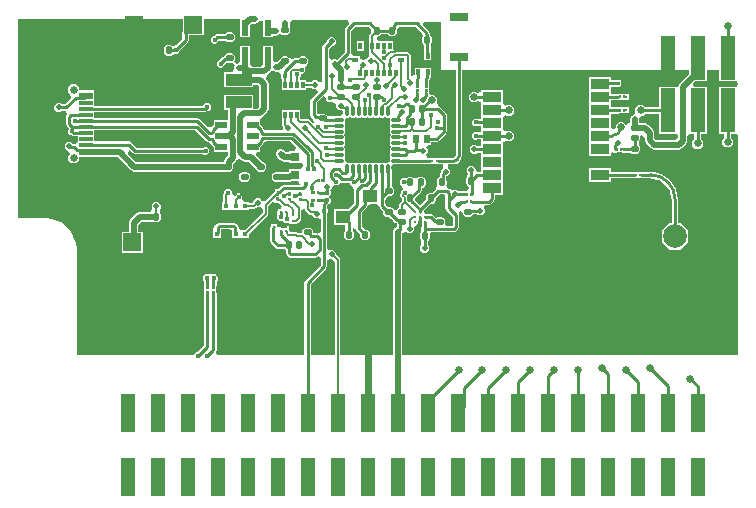
<source format=gtl>
G04*
G04 #@! TF.GenerationSoftware,Altium Limited,Altium Designer,22.11.1 (43)*
G04*
G04 Layer_Physical_Order=1*
G04 Layer_Color=255*
%FSLAX44Y44*%
%MOMM*%
G71*
G04*
G04 #@! TF.SameCoordinates,81CC0E8B-20A0-439E-BAEA-CE75FBAB7F8A*
G04*
G04*
G04 #@! TF.FilePolarity,Positive*
G04*
G01*
G75*
%ADD11C,0.5080*%
%ADD13C,0.2540*%
%ADD17C,0.2032*%
%ADD19R,0.2540X0.2540*%
%ADD20R,0.2540X0.2540*%
%ADD21R,1.2700X3.1800*%
%ADD22R,1.2700X3.6830*%
%ADD23R,0.3800X0.2692*%
%ADD24R,1.6000X0.9000*%
G04:AMPARAMS|DCode=25|XSize=0.6mm|YSize=0.54mm|CornerRadius=0.1431mm|HoleSize=0mm|Usage=FLASHONLY|Rotation=270.000|XOffset=0mm|YOffset=0mm|HoleType=Round|Shape=RoundedRectangle|*
%AMROUNDEDRECTD25*
21,1,0.6000,0.2538,0,0,270.0*
21,1,0.3138,0.5400,0,0,270.0*
1,1,0.2862,-0.1269,-0.1569*
1,1,0.2862,-0.1269,0.1569*
1,1,0.2862,0.1269,0.1569*
1,1,0.2862,0.1269,-0.1569*
%
%ADD25ROUNDEDRECTD25*%
G04:AMPARAMS|DCode=26|XSize=0.6mm|YSize=0.54mm|CornerRadius=0.1431mm|HoleSize=0mm|Usage=FLASHONLY|Rotation=0.000|XOffset=0mm|YOffset=0mm|HoleType=Round|Shape=RoundedRectangle|*
%AMROUNDEDRECTD26*
21,1,0.6000,0.2538,0,0,0.0*
21,1,0.3138,0.5400,0,0,0.0*
1,1,0.2862,0.1569,-0.1269*
1,1,0.2862,-0.1569,-0.1269*
1,1,0.2862,-0.1569,0.1269*
1,1,0.2862,0.1569,0.1269*
%
%ADD26ROUNDEDRECTD26*%
%ADD27R,0.4000X0.2032*%
%ADD28C,0.3810*%
%ADD29R,1.6000X0.8000*%
%ADD30R,0.8000X0.8000*%
%ADD31R,1.3000X1.1000*%
%ADD32R,0.9779X0.5588*%
%ADD33R,0.5100X0.7300*%
%ADD34R,0.2794X0.2540*%
%ADD35R,0.2540X0.2794*%
%ADD36R,0.3000X0.5000*%
%ADD37C,0.2286*%
%ADD38R,0.5900X0.3500*%
%ADD39R,0.3500X0.5900*%
%ADD40R,1.5240X1.5240*%
%ADD41R,0.4000X0.4000*%
%ADD42R,2.2000X1.0000*%
%ADD43R,1.1500X0.6000*%
%ADD44R,1.1500X0.3000*%
%ADD45R,2.0000X2.1800*%
G04:AMPARAMS|DCode=46|XSize=0.81mm|YSize=0.27mm|CornerRadius=0.0338mm|HoleSize=0mm|Usage=FLASHONLY|Rotation=180.000|XOffset=0mm|YOffset=0mm|HoleType=Round|Shape=RoundedRectangle|*
%AMROUNDEDRECTD46*
21,1,0.8100,0.2025,0,0,180.0*
21,1,0.7425,0.2700,0,0,180.0*
1,1,0.0675,-0.3713,0.1013*
1,1,0.0675,0.3713,0.1013*
1,1,0.0675,0.3713,-0.1013*
1,1,0.0675,-0.3713,-0.1013*
%
%ADD46ROUNDEDRECTD46*%
G04:AMPARAMS|DCode=47|XSize=0.27mm|YSize=0.81mm|CornerRadius=0.0338mm|HoleSize=0mm|Usage=FLASHONLY|Rotation=180.000|XOffset=0mm|YOffset=0mm|HoleType=Round|Shape=RoundedRectangle|*
%AMROUNDEDRECTD47*
21,1,0.2700,0.7425,0,0,180.0*
21,1,0.2025,0.8100,0,0,180.0*
1,1,0.0675,-0.1013,0.3713*
1,1,0.0675,0.1013,0.3713*
1,1,0.0675,0.1013,-0.3713*
1,1,0.0675,-0.1013,-0.3713*
%
%ADD47ROUNDEDRECTD47*%
%ADD49R,0.6000X1.3200*%
%ADD78C,2.0066*%
%ADD79C,2.2098*%
%ADD83C,0.5080*%
%ADD85C,0.2692*%
%ADD86R,0.3000X0.6000*%
%ADD87R,1.7000X0.3000*%
%ADD88R,3.7000X3.7000*%
%ADD89C,0.6096*%
%ADD90C,1.2700*%
%ADD91C,0.3810*%
%ADD92C,0.7620*%
%ADD93C,0.6500*%
%ADD94C,0.6350*%
%ADD95C,0.4064*%
%ADD96C,1.2700*%
G36*
X818080Y1062810D02*
X826620D01*
Y1072718D01*
X828008Y1074106D01*
X830580D01*
X831338Y1074420D01*
X832158D01*
X832738Y1075000D01*
X833496Y1075314D01*
X833810Y1076072D01*
X834286Y1076548D01*
X837080Y1076401D01*
Y1062810D01*
X845620D01*
Y1063946D01*
X848360D01*
X849118Y1064260D01*
X849938D01*
X851845Y1065024D01*
X854038Y1064522D01*
X854411Y1064368D01*
X857549D01*
X859616Y1065224D01*
X860472Y1067291D01*
Y1069829D01*
X860104Y1070719D01*
Y1074420D01*
X859919Y1074867D01*
X860230Y1075688D01*
X861908Y1077631D01*
X909046Y1076906D01*
X910186Y1074094D01*
X907376Y1071284D01*
X906571Y1069340D01*
X906571Y1069340D01*
Y1050159D01*
X899910Y1043498D01*
X899468Y1043940D01*
X898648D01*
X897890Y1044254D01*
X897132Y1043940D01*
X896312D01*
X895813Y1043441D01*
X895551Y1043452D01*
X893019Y1044742D01*
Y1052961D01*
X895428Y1055370D01*
X896928D01*
X899160Y1057602D01*
Y1060758D01*
X896928Y1062990D01*
X893772D01*
X891540Y1060758D01*
Y1059258D01*
X888326Y1056044D01*
X887521Y1054100D01*
X887521Y1054100D01*
Y1025047D01*
X884727Y1024391D01*
X882958Y1026160D01*
X879802D01*
X878366Y1024724D01*
X873870D01*
Y1026420D01*
X869052D01*
X868784Y1029214D01*
X869442Y1029872D01*
Y1031748D01*
X871318D01*
X873252Y1033682D01*
Y1036418D01*
X874800Y1038821D01*
X874856Y1038844D01*
X875713Y1040911D01*
Y1043449D01*
X874856Y1045516D01*
X872789Y1046373D01*
X869651D01*
X867584Y1045516D01*
X867341Y1044929D01*
X864380D01*
X864380Y1044929D01*
X863054Y1044380D01*
X862350Y1044162D01*
X859693Y1045332D01*
X859616Y1045516D01*
X857549Y1046373D01*
X854411D01*
X852344Y1045516D01*
X851749Y1044082D01*
X849382Y1041714D01*
X848360D01*
X846051Y1042856D01*
X845620Y1043713D01*
Y1055550D01*
X837080D01*
Y1039810D01*
X835076Y1037904D01*
X828624D01*
X826620Y1039810D01*
Y1055550D01*
X818080D01*
Y1041497D01*
X815416Y1040130D01*
X815032Y1040130D01*
X812850Y1041899D01*
X812843Y1041908D01*
X813483Y1043451D01*
Y1045989D01*
X812626Y1048056D01*
X810559Y1048913D01*
X807421D01*
X805354Y1048056D01*
X804878Y1046908D01*
X803236Y1046228D01*
X800440Y1043432D01*
X800002D01*
X798068Y1041498D01*
Y1038762D01*
X800002Y1036828D01*
X802738D01*
X804672Y1038762D01*
X807155Y1040638D01*
X807421Y1040527D01*
X810559D01*
X811883Y1041076D01*
X813282Y1038824D01*
X812800Y1037898D01*
X812800Y1037532D01*
Y1037078D01*
X812486Y1036320D01*
X812685Y1035839D01*
X812069Y1034149D01*
X810709Y1033045D01*
X804340D01*
Y1020505D01*
X828880D01*
Y1022036D01*
X833516D01*
X834076Y1021476D01*
Y1003738D01*
X832682Y1002344D01*
X828880D01*
Y1014035D01*
X804340D01*
Y1001495D01*
X807406D01*
Y992734D01*
X795528D01*
Y988494D01*
X793458Y986424D01*
X790417Y986382D01*
X783025Y993774D01*
X781081Y994579D01*
X781081Y994579D01*
X694680D01*
Y999081D01*
X788126D01*
X788126Y999081D01*
X790070Y999886D01*
X790182Y999998D01*
X791308D01*
X793242Y1001932D01*
Y1004668D01*
X791308Y1006602D01*
X788572D01*
X786638Y1004668D01*
Y1004579D01*
X694680D01*
Y1017600D01*
X681430D01*
Y1020102D01*
X678782Y1022750D01*
X675038D01*
X672390Y1020102D01*
Y1016358D01*
X674084Y1014664D01*
X674508Y1011136D01*
X669421Y1006049D01*
X666849D01*
X665788Y1007110D01*
X662632D01*
X660400Y1004878D01*
Y1001722D01*
X662632Y999490D01*
X665788D01*
X666849Y1000551D01*
X670349D01*
X670834Y999987D01*
X671783Y998033D01*
X671156Y997406D01*
X670351Y995462D01*
X670351Y995462D01*
Y989330D01*
X670351Y989330D01*
X671156Y987386D01*
X673266Y985276D01*
X672338Y984348D01*
Y981612D01*
X674272Y979678D01*
X675348D01*
X676790Y979081D01*
X676790Y979081D01*
X680640D01*
Y974060D01*
X677846Y972357D01*
X677396Y972543D01*
X677396Y972543D01*
X676225D01*
X674678Y974090D01*
X671522D01*
X669290Y971858D01*
Y968702D01*
X671522Y966470D01*
X672606D01*
X673764Y963676D01*
X672390Y962302D01*
Y958558D01*
X675038Y955910D01*
X678782D01*
X681430Y958558D01*
Y961060D01*
X694680D01*
Y961206D01*
X714442D01*
X725574Y950074D01*
X728490Y948866D01*
X805985D01*
X806151Y948798D01*
X809289D01*
X811356Y949654D01*
X812213Y951721D01*
Y952929D01*
X812304Y953150D01*
Y955628D01*
X814446Y957770D01*
X814763Y958534D01*
X818058Y959190D01*
X818774Y958474D01*
X821690Y957266D01*
X825252D01*
X831430Y951088D01*
X832024Y949654D01*
X834091Y948798D01*
X837229D01*
X839296Y949654D01*
X840153Y951721D01*
Y954259D01*
X839296Y956326D01*
X837229Y957182D01*
X837000D01*
X831370Y962812D01*
X832527Y965606D01*
X835152D01*
Y969729D01*
X837485Y972062D01*
X837485D01*
X838314Y974064D01*
X840895Y974611D01*
X860344D01*
X865621Y969334D01*
X864464Y966540D01*
X859410D01*
Y965394D01*
X856538D01*
X855086Y966846D01*
X854328Y967160D01*
X853748Y967740D01*
X852928D01*
X852170Y968054D01*
X851412Y967740D01*
X850592D01*
X850012Y967160D01*
X849254Y966846D01*
X848940Y966088D01*
X848360Y965508D01*
Y964688D01*
X848046Y963930D01*
X848360Y963172D01*
Y962352D01*
X848940Y961772D01*
X849254Y961014D01*
X851914Y958354D01*
X854830Y957146D01*
X859410D01*
Y956000D01*
X869950D01*
X870966Y955404D01*
X871055Y953637D01*
X869219Y951822D01*
X868808Y951540D01*
X859410D01*
Y948514D01*
X851237D01*
X851072Y948583D01*
X847934D01*
X845866Y947726D01*
X845010Y945659D01*
Y943121D01*
X845866Y941054D01*
X847934Y940198D01*
X851072D01*
X851237Y940266D01*
X860123D01*
X861136Y940686D01*
X863220D01*
X863978Y941000D01*
X867293D01*
X868197Y939558D01*
X868289Y937831D01*
X867988Y937469D01*
X854710D01*
X854710Y937469D01*
X852766Y936664D01*
X852766Y936664D01*
X850171Y934069D01*
X849917D01*
X849411Y933859D01*
X847376D01*
Y932156D01*
X839461Y924240D01*
X836738Y924070D01*
X836039Y924769D01*
X834506Y926302D01*
X831349D01*
X829118Y924070D01*
Y922663D01*
X828979Y922524D01*
X825530D01*
Y923320D01*
X821451D01*
X819912Y925732D01*
X819912Y926114D01*
Y928468D01*
X818019Y930361D01*
X817978Y930402D01*
X815242D01*
X815201Y930361D01*
X813415Y928575D01*
X811022Y929694D01*
Y932278D01*
X809088Y934212D01*
X806352D01*
X804418Y932278D01*
Y930977D01*
X803786Y929450D01*
Y923320D01*
X802990D01*
Y916780D01*
X810260Y916780D01*
X812324Y916780D01*
X818260Y916780D01*
X820324Y916780D01*
X825530D01*
Y917576D01*
X830004D01*
X831754Y918300D01*
X832136Y918682D01*
X834202D01*
X834506Y918682D01*
X836996Y917221D01*
Y914285D01*
X822031Y899320D01*
X818990Y899320D01*
X818617Y899499D01*
X816659Y901482D01*
X815854Y903426D01*
X815854Y903426D01*
X814366Y904914D01*
X812422Y905719D01*
X812422Y905719D01*
X800318D01*
X800318Y905719D01*
X798374Y904914D01*
X798374Y904914D01*
X796886Y903426D01*
X796146Y901639D01*
X794990Y899320D01*
X794990Y899320D01*
X794990Y899320D01*
Y892780D01*
X801530D01*
Y896501D01*
X801579Y896620D01*
Y900221D01*
X808569D01*
X810990Y899320D01*
Y892780D01*
X818260Y892780D01*
X820324Y892780D01*
X825530D01*
Y895821D01*
X841220Y911510D01*
X841944Y913260D01*
Y919725D01*
X845448Y923228D01*
X847376Y922429D01*
Y922429D01*
X851055D01*
X853370Y920115D01*
X852479Y917524D01*
X852210Y917403D01*
X849670Y917321D01*
Y916293D01*
X849549Y915342D01*
X849461Y914654D01*
X849461Y912551D01*
X848868Y911958D01*
Y909222D01*
X850802Y907288D01*
X853538D01*
X853813Y907563D01*
X854017Y907479D01*
X855951Y905545D01*
X857653D01*
X857794Y905459D01*
X858768Y904367D01*
X857516Y901573D01*
X852409D01*
X852210Y901655D01*
X852206Y901655D01*
X852103Y901652D01*
X850430Y902336D01*
X849570Y903209D01*
X849505Y904272D01*
X849503Y904320D01*
X848475D01*
X847521Y904442D01*
X846836Y904529D01*
X846709Y904529D01*
X846204Y904320D01*
X844169D01*
Y903001D01*
X843876Y902708D01*
X843071Y900764D01*
X843071Y900764D01*
Y890270D01*
X843071Y890270D01*
X843876Y888326D01*
X847686Y884516D01*
X849630Y883711D01*
X849630Y883711D01*
X855596D01*
X855964Y882824D01*
X856551Y882581D01*
Y880328D01*
X856551Y880328D01*
X857356Y878384D01*
X858844Y876896D01*
X858844Y876896D01*
X860788Y876091D01*
X860788Y876091D01*
X881380D01*
X881380Y876091D01*
X883324Y876896D01*
X883669Y877241D01*
X886251Y876172D01*
Y869819D01*
X873086Y856654D01*
X872281Y854710D01*
X872281Y854710D01*
Y793750D01*
X798865D01*
X797948Y795336D01*
X797511Y796544D01*
X797988Y797696D01*
X797988Y797696D01*
Y846074D01*
X797696Y846778D01*
X797696Y848614D01*
X797696Y851720D01*
X797988Y852424D01*
Y856056D01*
X799084Y857152D01*
Y859888D01*
X797191Y861781D01*
X797150Y861822D01*
X794414D01*
X794414Y861822D01*
X791308Y861822D01*
X791308Y861822D01*
X791308Y861822D01*
X788572D01*
X786638Y859888D01*
Y857152D01*
X787108Y856682D01*
Y852424D01*
X787400Y851720D01*
X787400Y849884D01*
X787400Y846778D01*
X787108Y846074D01*
Y801273D01*
X781617Y795782D01*
X780952D01*
X779018Y793848D01*
Y793750D01*
X679450D01*
Y883920D01*
X679450D01*
X679450Y883920D01*
X678962Y888875D01*
X675170Y898032D01*
X668162Y905040D01*
X659005Y908832D01*
X654050Y909320D01*
X629920Y909320D01*
Y1035050D01*
Y1078230D01*
X769366D01*
Y1067305D01*
X769157Y1066800D01*
X769157Y1066800D01*
Y1061335D01*
X763550Y1055728D01*
X760746Y1055196D01*
X758679Y1056052D01*
X756141D01*
X754074Y1055196D01*
X753217Y1053129D01*
Y1049991D01*
X754074Y1047924D01*
X756141Y1047067D01*
X758679D01*
X760746Y1047924D01*
X761902Y1048258D01*
X764638D01*
X766572Y1050192D01*
Y1050974D01*
X773850Y1058252D01*
X773850Y1058252D01*
X774655Y1060196D01*
X774655Y1060196D01*
Y1064260D01*
X787146D01*
Y1078230D01*
X818080D01*
Y1062810D01*
D02*
G37*
G36*
X988060Y1075690D02*
Y1035050D01*
X1000468D01*
Y962138D01*
X999720D01*
X999519Y961652D01*
X999032Y961450D01*
Y960698D01*
X985517D01*
X984996Y960482D01*
X978898D01*
X978392Y960692D01*
X976381D01*
X975224Y963486D01*
X976630Y964892D01*
Y968048D01*
X975762Y968916D01*
X976919Y971710D01*
X979970D01*
Y973881D01*
X984250D01*
X984250Y973881D01*
X986194Y974686D01*
X992544Y981036D01*
X992544Y981036D01*
X993349Y982980D01*
Y996950D01*
X993349Y996950D01*
X992544Y998894D01*
X992544Y998894D01*
X987464Y1003974D01*
X985520Y1004779D01*
X984650Y1007573D01*
X984885Y1007809D01*
Y1011491D01*
X982281Y1014095D01*
X978599D01*
X977900Y1016600D01*
X977900Y1018286D01*
X977900Y1021591D01*
X978109Y1022096D01*
Y1026291D01*
X978534Y1026716D01*
X978534Y1026716D01*
X979339Y1028660D01*
Y1029360D01*
X979590D01*
Y1036900D01*
X974384D01*
X974050Y1036900D01*
X971590D01*
X971256Y1036900D01*
X966050D01*
Y1033405D01*
X965841Y1032900D01*
X965841Y1032900D01*
Y1031734D01*
X964988Y1030837D01*
X963047Y1030157D01*
X962594Y1030559D01*
Y1046480D01*
X962594Y1046480D01*
X961870Y1048230D01*
X960600Y1049500D01*
X958850Y1050224D01*
X950129D01*
X948435Y1050918D01*
X947740Y1052806D01*
Y1059642D01*
X934767D01*
X933565Y1062437D01*
X934646Y1063577D01*
X935209D01*
X937276Y1064434D01*
X937644Y1065321D01*
X943226D01*
X943594Y1064434D01*
X945661Y1063577D01*
X948199D01*
X950266Y1064434D01*
X951123Y1066501D01*
Y1069639D01*
X952901Y1071671D01*
X966601D01*
X971769Y1066503D01*
X973004Y1064086D01*
X972148Y1062019D01*
Y1058881D01*
X973004Y1056814D01*
X973841Y1056467D01*
Y1047360D01*
X973841Y1047360D01*
X974050Y1046855D01*
Y1043360D01*
X979590D01*
Y1050900D01*
X979339D01*
Y1056674D01*
X979676Y1056814D01*
X980533Y1058881D01*
Y1062019D01*
X979676Y1064086D01*
X979089Y1064329D01*
Y1065820D01*
X978284Y1067764D01*
X978284Y1067764D01*
X972712Y1073336D01*
X973801Y1075909D01*
X988060Y1075690D01*
D02*
G37*
G36*
X929060Y1069362D02*
Y1066165D01*
X927970Y1065075D01*
X927246Y1063325D01*
Y1059642D01*
X926700D01*
Y1051202D01*
X926700D01*
X927391Y1048469D01*
X926792Y1046480D01*
X924560Y1044248D01*
X922584Y1043062D01*
X919790Y1044116D01*
Y1046793D01*
X914171D01*
X912069Y1049020D01*
X912069Y1049289D01*
Y1068201D01*
X915539Y1071671D01*
X926751D01*
X929060Y1069362D01*
D02*
G37*
G36*
X1139952Y1022350D02*
X1138174D01*
Y1024890D01*
X1139952D01*
Y1022350D01*
D02*
G37*
G36*
X1223010Y1025525D02*
X1238250D01*
X1239520Y1023257D01*
Y1022763D01*
X1238250Y1020495D01*
X1236726Y1020495D01*
X1223010D01*
Y981125D01*
X1227881D01*
Y977627D01*
X1226185Y975931D01*
Y972249D01*
X1228789Y969645D01*
X1232471D01*
X1235075Y972249D01*
Y975931D01*
X1233379Y977627D01*
Y981125D01*
X1238250Y981125D01*
X1239520Y978857D01*
Y793750D01*
X955354D01*
Y896687D01*
X957855Y898187D01*
X958357Y898075D01*
X959812Y896620D01*
X962968D01*
X965200Y898852D01*
Y901225D01*
X965223Y902031D01*
X967173Y903986D01*
X967279D01*
X968692Y905399D01*
Y906645D01*
X970238Y908871D01*
X970255Y908887D01*
X970942Y908252D01*
X971592Y906861D01*
X971612Y906595D01*
X971531Y906399D01*
Y900414D01*
X971531Y900414D01*
X971531Y900414D01*
Y898185D01*
X971244Y898065D01*
X970387Y895998D01*
Y892860D01*
X971244Y890793D01*
X971341Y890753D01*
Y886559D01*
X970280Y885498D01*
Y882342D01*
X972512Y880110D01*
X975668D01*
X977900Y882342D01*
Y885498D01*
X976839Y886559D01*
Y890347D01*
X977916Y890793D01*
X978773Y892860D01*
Y895998D01*
X979897Y897681D01*
X999272D01*
X999272Y897681D01*
X1001216Y898486D01*
X1002704Y899974D01*
X1002704Y899974D01*
X1003509Y901918D01*
X1003509Y901918D01*
Y911860D01*
X1003008Y913069D01*
X1004101Y915413D01*
X1006428Y913621D01*
X1007284Y911554D01*
X1009351Y910697D01*
X1012489D01*
X1014556Y911554D01*
X1015123Y912921D01*
X1018441D01*
X1019502Y911860D01*
X1022658D01*
X1024890Y914092D01*
Y917248D01*
X1024391Y917747D01*
X1025549Y920541D01*
X1028700D01*
X1028700Y920541D01*
X1030644Y921346D01*
X1033184Y923886D01*
X1033184Y923886D01*
X1033989Y925830D01*
Y929400D01*
X1040230D01*
Y940400D01*
Y951400D01*
Y962400D01*
Y973913D01*
X1043024Y975070D01*
X1043369Y974725D01*
X1047051D01*
X1049655Y977329D01*
Y981011D01*
X1047051Y983615D01*
X1043369D01*
X1043024Y983270D01*
X1040278Y984381D01*
X1040230Y984427D01*
Y995502D01*
X1043024Y996660D01*
X1043369Y996315D01*
X1047051D01*
X1049655Y998919D01*
Y1002601D01*
X1047051Y1005205D01*
X1043369D01*
X1043024Y1004860D01*
X1040230Y1006018D01*
Y1017940D01*
X1021690D01*
Y1016487D01*
X1018896Y1015580D01*
X1017841Y1016635D01*
X1014159D01*
X1011555Y1014031D01*
Y1010349D01*
X1014159Y1007745D01*
X1017841D01*
X1018896Y1008800D01*
X1021690Y1007893D01*
Y993627D01*
X1018896Y993464D01*
X1018585Y993775D01*
X1015955D01*
X1014095Y991915D01*
Y989285D01*
X1015955Y987425D01*
X1018585D01*
X1018896Y987736D01*
X1021690Y987573D01*
Y982197D01*
X1018896Y982034D01*
X1018585Y982345D01*
X1015955D01*
X1014095Y980485D01*
Y977855D01*
X1015955Y975995D01*
X1018585D01*
X1018896Y976306D01*
X1021690Y976143D01*
Y970489D01*
X1018639D01*
X1017578Y971550D01*
X1014422D01*
X1012190Y969318D01*
Y966162D01*
X1014422Y963930D01*
X1017578D01*
X1018639Y964991D01*
X1021690D01*
Y948919D01*
X1018347D01*
X1018347Y948919D01*
X1017270Y951497D01*
Y951538D01*
X1015038Y953770D01*
X1011882D01*
X1009650Y951538D01*
Y948382D01*
X1010501Y947531D01*
X1010201Y944738D01*
X1010124Y944706D01*
X1009268Y942639D01*
Y939501D01*
X1010124Y937434D01*
X1010821Y937145D01*
X1011454Y934648D01*
X1009849Y932180D01*
X1008631Y932180D01*
X1008126Y932389D01*
X1002129D01*
X1001068Y933450D01*
X997912D01*
X994866Y934124D01*
X993898Y934525D01*
X992609Y937172D01*
X992532Y937723D01*
X992742Y938231D01*
Y941369D01*
X992539Y941860D01*
Y944880D01*
X993448D01*
X995680Y947112D01*
Y950268D01*
X993708Y952240D01*
X994075Y955034D01*
X999032D01*
Y954962D01*
X1000535Y955584D01*
X1002302D01*
Y956317D01*
X1004107Y957064D01*
X1006208Y962138D01*
X1006132D01*
Y1035050D01*
X1197610D01*
Y1031357D01*
X1189614Y1023361D01*
X1189272Y1022534D01*
X1187450Y1020495D01*
X1185633Y1020495D01*
X1172210D01*
Y1003509D01*
X1160507D01*
X1158811Y1005205D01*
X1155129D01*
X1152525Y1002601D01*
Y999845D01*
X1152251Y998731D01*
X1152109Y998505D01*
X1150546Y996950D01*
X1150312D01*
X1149732Y996370D01*
X1148974Y996056D01*
X1148660Y995298D01*
X1148080Y994718D01*
Y993898D01*
X1147766Y993140D01*
Y990842D01*
X1147032Y990240D01*
X1144905Y988631D01*
X1142301Y991235D01*
X1138619D01*
X1136015Y988631D01*
Y985694D01*
X1134860Y984766D01*
X1132230Y986238D01*
Y998011D01*
X1138174D01*
X1138679Y998220D01*
X1140714Y998220D01*
X1143508Y998220D01*
X1147064D01*
Y1003300D01*
X1141984Y1003300D01*
X1138679Y1003300D01*
X1138174Y1003509D01*
X1132230D01*
Y1009441D01*
X1138174D01*
X1138679Y1009650D01*
X1140714Y1009650D01*
X1143508Y1009650D01*
X1147064D01*
Y1014730D01*
X1141984Y1014730D01*
X1138679Y1014730D01*
X1138174Y1014939D01*
X1132230D01*
Y1020871D01*
X1136851D01*
X1137920Y1020871D01*
X1138608Y1020959D01*
X1139559Y1021080D01*
X1140137D01*
Y1021080D01*
X1140460D01*
X1140669Y1023620D01*
X1140460Y1026160D01*
X1140137D01*
Y1026160D01*
X1139559D01*
X1138608Y1026281D01*
X1137920Y1026369D01*
X1136851Y1026369D01*
X1132230D01*
Y1028940D01*
X1113690D01*
Y1017400D01*
Y1006400D01*
Y995400D01*
Y984400D01*
Y973400D01*
Y962400D01*
X1132230D01*
Y962764D01*
X1133094Y965200D01*
X1135634Y964991D01*
X1138174Y965200D01*
X1139444D01*
X1139444Y965200D01*
X1141479D01*
X1141984Y964991D01*
X1148214D01*
X1148254Y964894D01*
X1150321Y964037D01*
X1153459D01*
X1155526Y964894D01*
X1156383Y966961D01*
Y969499D01*
X1155526Y971566D01*
X1155526Y974074D01*
X1156383Y976141D01*
Y978679D01*
X1158017Y979488D01*
X1160466Y977269D01*
Y975360D01*
X1161674Y972444D01*
X1165484Y968634D01*
X1168400Y967426D01*
X1189554D01*
X1192470Y968634D01*
X1195446Y971610D01*
X1196654Y974526D01*
Y978727D01*
X1197610Y981125D01*
X1202481D01*
Y976357D01*
X1200785Y974661D01*
Y970979D01*
X1203389Y968375D01*
X1207071D01*
X1209675Y970979D01*
Y974661D01*
X1207979Y976357D01*
Y981125D01*
X1212850D01*
Y1020495D01*
X1202063D01*
X1200993Y1023076D01*
X1203442Y1025525D01*
X1212850D01*
Y1035050D01*
X1223010D01*
Y1025525D01*
D02*
G37*
G36*
X976630Y1020064D02*
X974090D01*
Y1021842D01*
X976630D01*
Y1020064D01*
D02*
G37*
G36*
X969010D02*
X966470D01*
Y1021842D01*
X969010D01*
Y1020064D01*
D02*
G37*
G36*
X976630Y1016508D02*
X974090D01*
Y1018540D01*
X976630D01*
Y1016508D01*
D02*
G37*
G36*
X969010D02*
X966470D01*
Y1018540D01*
X969010D01*
Y1016508D01*
D02*
G37*
G36*
X1143762Y1010920D02*
X1141730D01*
Y1011174D01*
Y1012190D01*
Y1013206D01*
Y1013460D01*
X1143762D01*
Y1010920D01*
D02*
G37*
G36*
X1140206D02*
X1138428D01*
Y1013460D01*
X1140206D01*
Y1010920D01*
D02*
G37*
G36*
X1143762Y999490D02*
X1141730D01*
Y999744D01*
Y1000760D01*
Y1001776D01*
Y1002030D01*
X1143762D01*
Y999490D01*
D02*
G37*
G36*
X1140206D02*
X1138428D01*
Y1002030D01*
X1140206D01*
Y999490D01*
D02*
G37*
G36*
X890905Y1011336D02*
Y1009605D01*
X892765Y1007745D01*
X895395D01*
X898602Y1007269D01*
X899160Y1006148D01*
Y1002992D01*
X901392Y1000760D01*
X903754D01*
X904696Y1000370D01*
X905164Y998659D01*
X903626Y995731D01*
X902996Y995612D01*
X901486D01*
X901300Y995689D01*
X901300Y995689D01*
X892015D01*
X891366Y997256D01*
X889299Y998112D01*
X886161D01*
X885889Y998000D01*
X882948D01*
X882859Y998089D01*
Y1007241D01*
X888293Y1012675D01*
X890905Y1011336D01*
D02*
G37*
G36*
X942318Y994358D02*
X944421Y993951D01*
X944827Y991848D01*
X945262Y990360D01*
X944827Y988873D01*
Y986848D01*
X945262Y985360D01*
X944827Y983873D01*
Y981848D01*
X945337Y980617D01*
X945337Y980103D01*
X944827Y978873D01*
Y976848D01*
X945262Y975360D01*
X944827Y973873D01*
Y971848D01*
X945337Y970617D01*
X945337Y970103D01*
X944827Y968873D01*
Y966848D01*
X945262Y965360D01*
X944827Y963873D01*
Y961848D01*
X945262Y960360D01*
X944827Y958873D01*
X944421Y956769D01*
X942318Y956363D01*
X940830Y955928D01*
X939342Y956363D01*
X937318D01*
X935830Y955928D01*
X934342Y956363D01*
X932318D01*
X930830Y955928D01*
X929342Y956363D01*
X927318D01*
X925830Y955928D01*
X924342Y956363D01*
X922318D01*
X920830Y955928D01*
X919342Y956363D01*
X917318D01*
X915830Y955928D01*
X914342Y956363D01*
X912318D01*
X910830Y955928D01*
X909342Y956363D01*
X907239Y956769D01*
X906833Y958873D01*
X906398Y960360D01*
X906833Y961848D01*
Y963873D01*
X906398Y965360D01*
X906833Y966848D01*
Y968873D01*
X906323Y970103D01*
X906323Y970617D01*
X906833Y971848D01*
Y973873D01*
X906398Y975360D01*
X906833Y976848D01*
Y978873D01*
X906323Y980103D01*
X906323Y980617D01*
X906833Y981848D01*
Y983873D01*
X906398Y985360D01*
X906833Y986848D01*
Y988873D01*
X906398Y990360D01*
X906833Y991848D01*
X907239Y993951D01*
X909342Y994358D01*
X910830Y994792D01*
X912318Y994358D01*
X914342D01*
X915830Y994792D01*
X917318Y994358D01*
X919342D01*
X920830Y994792D01*
X922318Y994358D01*
X924342D01*
X925830Y994792D01*
X927318Y994358D01*
X929342D01*
X930830Y994792D01*
X932318Y994358D01*
X934342D01*
X935830Y994792D01*
X937318Y994358D01*
X939342D01*
X940830Y994792D01*
X942318Y994358D01*
D02*
G37*
G36*
X846782Y1033780D02*
X847602D01*
X848360Y1033466D01*
X850855D01*
X851940Y1032199D01*
X852678Y1031100D01*
Y1028944D01*
X852678Y1028602D01*
X853330Y1026420D01*
X853330Y1026420D01*
Y1017880D01*
X873870D01*
Y1019776D01*
X878566D01*
X879802Y1018540D01*
X882431D01*
X884033Y1016191D01*
X878166Y1010324D01*
X877361Y1008380D01*
X877361Y1008380D01*
Y996950D01*
X877361Y996950D01*
X878166Y995006D01*
X879865Y993307D01*
X880028Y993239D01*
X880126Y990175D01*
X879340Y989789D01*
X876780Y992350D01*
X875030Y993074D01*
X869705D01*
X869058Y993721D01*
Y996666D01*
X868870Y997121D01*
Y1001420D01*
X853330D01*
Y992880D01*
X853626D01*
Y988421D01*
X854350Y986672D01*
X854499Y986523D01*
X854200Y983729D01*
X840895D01*
X838314Y984276D01*
X837485Y986278D01*
X837485D01*
X835152Y988611D01*
Y992734D01*
X836499Y994970D01*
X837306Y995304D01*
X841116Y999114D01*
X842324Y1002030D01*
Y1023184D01*
X841116Y1026100D01*
X839937Y1027279D01*
X840593Y1030575D01*
X841290Y1030864D01*
X843447Y1033020D01*
X844432Y1033836D01*
X846782Y1033780D01*
D02*
G37*
G36*
X1172210Y981125D02*
X1185612D01*
X1187450Y981125D01*
X1188406Y978727D01*
Y978236D01*
X1185844Y975674D01*
X1170108D01*
X1168714Y977068D01*
Y981710D01*
X1167506Y984626D01*
X1163366Y988766D01*
X1160450Y989974D01*
X1156014D01*
Y993140D01*
X1155856Y993521D01*
X1156568Y995368D01*
X1157833Y996315D01*
X1158811D01*
X1160507Y998011D01*
X1172210D01*
Y981125D01*
D02*
G37*
G36*
X1141222Y966470D02*
X1139190D01*
Y966724D01*
Y967740D01*
Y968756D01*
Y969010D01*
X1141222D01*
Y966470D01*
D02*
G37*
G36*
X1137666D02*
X1135888D01*
Y969010D01*
X1137666D01*
Y966470D01*
D02*
G37*
G36*
X789266Y974940D02*
Y974940D01*
X791210Y974135D01*
X793166Y972440D01*
X793330Y972044D01*
X795528Y969846D01*
Y965606D01*
X807406D01*
Y962394D01*
X805264Y960252D01*
X804056Y957336D01*
Y957114D01*
X730198D01*
X723240Y964072D01*
X724160Y967104D01*
X724409Y967153D01*
X727036Y964526D01*
X728980Y963721D01*
X728980Y963721D01*
X786749D01*
X787302Y963168D01*
X790038D01*
X791972Y965102D01*
Y967838D01*
X790038Y969772D01*
X787302D01*
X786749Y969219D01*
X730119D01*
X725564Y973774D01*
X723620Y974579D01*
X723620Y974579D01*
X694680D01*
Y984081D01*
X780125D01*
X789266Y974940D01*
D02*
G37*
G36*
X985517Y955034D02*
X989665D01*
X990032Y952240D01*
X988060Y950268D01*
Y948768D01*
X987846Y948554D01*
X987041Y946610D01*
X987041Y946610D01*
Y944193D01*
X985214Y943436D01*
X984358Y941369D01*
Y938231D01*
X984656Y937511D01*
X984883Y936921D01*
X983724Y934165D01*
X983655Y934072D01*
X980255Y930672D01*
X978681D01*
X976614Y929816D01*
X975758Y927748D01*
Y925575D01*
X970645Y920463D01*
X966363Y924745D01*
Y926784D01*
X971383Y931805D01*
X971383Y931805D01*
X972189Y933749D01*
Y935369D01*
X974106Y936164D01*
X974962Y938231D01*
Y941369D01*
X974106Y943436D01*
X972039Y944293D01*
X969501D01*
X967434Y943436D01*
X965506D01*
X964570Y943824D01*
X963439Y944293D01*
X960901D01*
X958834Y943436D01*
X958787Y943323D01*
X957678Y943102D01*
X954942D01*
X953008Y941168D01*
Y938432D01*
X954942Y936498D01*
X954986D01*
X955704Y933704D01*
X954278Y932278D01*
Y930865D01*
X953725Y929529D01*
Y928370D01*
X954450Y926620D01*
X954915Y926155D01*
Y924315D01*
X953290Y922690D01*
X952566Y920940D01*
Y918708D01*
X951404Y918226D01*
X950722Y916580D01*
X950149Y916488D01*
X948501D01*
X947928Y916580D01*
X947246Y918226D01*
X945179Y919082D01*
X943006D01*
X941079Y921009D01*
Y926061D01*
X943006Y927988D01*
X945179D01*
X947246Y928844D01*
X948102Y930911D01*
Y933449D01*
X947246Y935516D01*
X946159Y935966D01*
Y950830D01*
X946159Y950830D01*
X946082Y951016D01*
Y952526D01*
X946491Y954699D01*
X948664Y955108D01*
X950089D01*
X950280Y955028D01*
X978392D01*
X978927Y955250D01*
X984996D01*
X985517Y955034D01*
D02*
G37*
G36*
X888492Y939800D02*
X886714D01*
Y942340D01*
X888492D01*
Y939800D01*
D02*
G37*
G36*
X885190Y942086D02*
Y941070D01*
Y940054D01*
Y939800D01*
X883158D01*
Y942340D01*
X885190D01*
Y942086D01*
D02*
G37*
G36*
X884682Y929640D02*
X882904D01*
Y932180D01*
X884682D01*
Y929640D01*
D02*
G37*
G36*
X881380Y931926D02*
Y930910D01*
Y929894D01*
Y929640D01*
X879348D01*
Y932180D01*
X881380D01*
Y931926D01*
D02*
G37*
G36*
X851187Y928525D02*
X848646D01*
Y930557D01*
X851187D01*
Y928525D01*
D02*
G37*
G36*
X1014222Y928370D02*
X1012444D01*
Y930910D01*
X1014222D01*
Y928370D01*
D02*
G37*
G36*
X1010920Y930656D02*
Y929640D01*
Y928624D01*
Y928370D01*
X1008888D01*
Y930910D01*
X1010920D01*
Y930656D01*
D02*
G37*
G36*
X869950Y928370D02*
X867410D01*
Y930402D01*
X869950D01*
Y928370D01*
D02*
G37*
G36*
X861060D02*
X858520D01*
Y930402D01*
X861060D01*
Y928370D01*
D02*
G37*
G36*
X851187Y925223D02*
X848646D01*
Y927001D01*
X851187D01*
Y925223D01*
D02*
G37*
G36*
X869950Y925068D02*
X867410D01*
Y926846D01*
X869950D01*
Y925068D01*
D02*
G37*
G36*
X861060D02*
X858520D01*
Y926846D01*
X861060D01*
Y925068D01*
D02*
G37*
G36*
X884682Y923290D02*
X882904D01*
Y925830D01*
X884682D01*
Y923290D01*
D02*
G37*
G36*
X881380Y925576D02*
Y924560D01*
Y923544D01*
Y923290D01*
X879348D01*
Y925830D01*
X881380D01*
Y925576D01*
D02*
G37*
G36*
X1014222Y922020D02*
X1012444D01*
Y924560D01*
X1014222D01*
Y922020D01*
D02*
G37*
G36*
X1010920Y924306D02*
Y923290D01*
Y922274D01*
Y922020D01*
X1008888D01*
Y924560D01*
X1010920D01*
Y924306D01*
D02*
G37*
G36*
X991661Y924560D02*
X991661Y924560D01*
X991661Y924560D01*
Y918210D01*
X991661Y918210D01*
X992466Y916266D01*
X998011Y910721D01*
Y903179D01*
X992578D01*
X991347Y905021D01*
Y907559D01*
X990491Y909626D01*
X988423Y910482D01*
X985285D01*
X983786Y909862D01*
X981304Y912344D01*
X979361Y913149D01*
X979360Y913149D01*
X975535D01*
X974931Y913450D01*
X974082Y916123D01*
X979645Y921687D01*
X981219D01*
X983286Y922543D01*
X984143Y924610D01*
Y926784D01*
X986789Y929431D01*
X991661D01*
Y924560D01*
D02*
G37*
G36*
X873280Y915190D02*
X875820Y912650D01*
X877570Y911926D01*
X878840D01*
Y911552D01*
X881072Y909320D01*
X884228D01*
X886251Y908482D01*
Y898018D01*
X883457Y896495D01*
X882650Y896829D01*
X882650Y896829D01*
X879714D01*
Y898669D01*
X878858Y900736D01*
X876791Y901592D01*
X873652D01*
X871585Y900736D01*
X870729Y898669D01*
Y897075D01*
X869950Y896554D01*
X867165D01*
X866620Y897100D01*
X864870Y897824D01*
X859938D01*
Y898652D01*
X859750Y899107D01*
Y901515D01*
X859758Y901639D01*
X860057Y904240D01*
X865251D01*
Y904464D01*
X866620Y905030D01*
X869160Y907570D01*
X869884Y909320D01*
Y916644D01*
X872556Y916940D01*
X873280Y915190D01*
D02*
G37*
G36*
X796426Y849630D02*
X793886D01*
Y851662D01*
X796426D01*
Y849630D01*
D02*
G37*
G36*
X791210D02*
X788670D01*
Y851662D01*
X791210D01*
Y849630D01*
D02*
G37*
G36*
X796426Y846328D02*
X793886D01*
Y848106D01*
X796426D01*
Y846328D01*
D02*
G37*
G36*
X791210D02*
X788670D01*
Y848106D01*
X791210D01*
Y846328D01*
D02*
G37*
G36*
X904240Y939508D02*
X904240Y939508D01*
X910590D01*
X911098Y939169D01*
Y938432D01*
X913032Y936498D01*
X914296Y933704D01*
X914191Y933450D01*
X914191Y933450D01*
Y921889D01*
X912711Y920409D01*
X912318Y920246D01*
X912318Y920246D01*
X909322Y917250D01*
X897170D01*
Y903710D01*
X907061D01*
Y899229D01*
X906474Y898986D01*
X905618Y896919D01*
Y893781D01*
X906474Y891714D01*
X908541Y890857D01*
X911079D01*
X913146Y891714D01*
X914003Y893781D01*
Y896919D01*
X913146Y898986D01*
X913389Y901091D01*
X915954Y900319D01*
X916266Y899566D01*
X919877Y895955D01*
Y893781D01*
X920734Y891714D01*
X922801Y890857D01*
X925339D01*
X927406Y891714D01*
X928262Y893781D01*
Y896919D01*
X927406Y898986D01*
X925339Y899843D01*
X923765D01*
X920959Y902649D01*
Y914531D01*
X925234Y918806D01*
X925234D01*
X926039Y920750D01*
X928621Y921710D01*
X933770D01*
X935581Y919870D01*
X936386Y917926D01*
X939118Y915194D01*
Y913621D01*
X939974Y911554D01*
X942041Y910697D01*
X944214D01*
X949235Y905677D01*
X949235Y905677D01*
X950547Y905133D01*
Y905021D01*
X950660Y904749D01*
Y901778D01*
X950472Y901700D01*
X949652D01*
X949072Y901120D01*
X948314Y900806D01*
X948000Y900048D01*
X947420Y899468D01*
Y898648D01*
X947106Y897890D01*
Y793750D01*
X902904D01*
Y873760D01*
X902180Y875510D01*
X899160Y878529D01*
Y880418D01*
X896928Y882650D01*
X893772D01*
X891749Y883488D01*
Y913749D01*
X892302Y914302D01*
Y917038D01*
X891749Y917590D01*
Y920537D01*
X892597Y921385D01*
X892855D01*
X894715Y923245D01*
Y925875D01*
X892855Y927735D01*
X894715Y929595D01*
Y932225D01*
X894289Y932651D01*
Y933351D01*
X895350Y934412D01*
Y935675D01*
X897792Y937184D01*
X900528D01*
X902462Y939118D01*
X903503Y939814D01*
X904240Y939508D01*
D02*
G37*
G36*
X897956Y872735D02*
Y793750D01*
X877779D01*
Y853571D01*
X890944Y866736D01*
X890944Y866736D01*
X891749Y868680D01*
Y874192D01*
X893772Y875030D01*
X895661D01*
X897956Y872735D01*
D02*
G37*
%LPC*%
G36*
X810559Y1066693D02*
X807421D01*
X805354Y1065836D01*
X805111Y1065249D01*
X798684D01*
X798684Y1065249D01*
X796740Y1064444D01*
X796740Y1064444D01*
X796048Y1063752D01*
X794922D01*
X792988Y1061818D01*
Y1059082D01*
X794922Y1057148D01*
X797658D01*
X799592Y1059082D01*
Y1059520D01*
X799822Y1059751D01*
X805111D01*
X805354Y1059164D01*
X807421Y1058307D01*
X810559D01*
X812626Y1059164D01*
X813483Y1061231D01*
Y1063769D01*
X812626Y1065836D01*
X810559Y1066693D01*
D02*
G37*
G36*
X823259Y948583D02*
X820121D01*
X818054Y947726D01*
X817197Y945659D01*
Y943121D01*
X818054Y941054D01*
X820121Y940198D01*
X823259D01*
X825326Y941054D01*
X826182Y943121D01*
Y945659D01*
X825326Y947726D01*
X823259Y948583D01*
D02*
G37*
G36*
X748338Y923290D02*
X745182D01*
X742950Y921058D01*
Y917902D01*
X743344Y917508D01*
X742187Y914714D01*
X732790D01*
X729874Y913506D01*
X724794Y908426D01*
X723586Y905510D01*
Y897890D01*
X717804D01*
Y880110D01*
X735584D01*
Y897890D01*
X731834D01*
Y903802D01*
X734498Y906466D01*
X744601D01*
X745491Y906097D01*
X748029D01*
X750096Y906954D01*
X750953Y909021D01*
Y912159D01*
X750096Y914226D01*
X749833Y917165D01*
X750570Y917902D01*
Y921058D01*
X748338Y923290D01*
D02*
G37*
G36*
X922740Y1059642D02*
X916700D01*
Y1051202D01*
X922740D01*
Y1059642D01*
D02*
G37*
G36*
X1132230Y951940D02*
X1113690D01*
Y940400D01*
X1132230D01*
Y943401D01*
X1151890D01*
X1152211Y943534D01*
X1157189D01*
X1157510Y943401D01*
X1157545Y943415D01*
X1165698D01*
X1165713Y943406D01*
Y942954D01*
X1172311Y941642D01*
X1177905Y937904D01*
X1181643Y932310D01*
X1182955Y925712D01*
X1183431D01*
Y905383D01*
X1181498D01*
X1174877Y898762D01*
Y889398D01*
X1181498Y882777D01*
X1190862D01*
X1197483Y889398D01*
Y898762D01*
X1190862Y905383D01*
X1188929D01*
Y925712D01*
X1188896Y925793D01*
X1187146Y934589D01*
X1182117Y942116D01*
X1174591Y947145D01*
X1168983Y948260D01*
Y948465D01*
X1167954D01*
X1165794Y948894D01*
X1165713Y948928D01*
X1165678Y948914D01*
X1157524D01*
X1157524Y948914D01*
X1157168Y948766D01*
X1152211D01*
X1151890Y948899D01*
X1132230D01*
Y951940D01*
D02*
G37*
%LPD*%
D11*
X1151890Y986010D02*
Y993140D01*
Y986010D02*
X1152050Y985850D01*
X1160450D01*
X1164590Y981710D01*
Y975360D02*
Y981710D01*
Y975360D02*
X1168400Y971550D01*
X1189554D01*
X1192530Y974526D02*
Y1020445D01*
X1189554Y971550D02*
X1192530Y974526D01*
X1205230Y1033145D02*
Y1045210D01*
X1192530Y1020445D02*
X1205230Y1033145D01*
X902970Y1026160D02*
Y1035050D01*
X897890Y1040130D02*
X902970Y1035050D01*
X951230Y744850D02*
Y897890D01*
X811530Y1005305D02*
X812395Y1006170D01*
X811530Y982400D02*
Y1005305D01*
X812395Y1006170D02*
X815015D01*
X808554Y979424D02*
X811530Y982400D01*
X801942Y979424D02*
X808554D01*
X801687Y979170D02*
X801942Y979424D01*
X820856Y998220D02*
X834390D01*
X817880Y965200D02*
X821690Y961390D01*
X816610Y1026775D02*
X817225Y1026160D01*
X817880Y965200D02*
Y995244D01*
X817225Y1026160D02*
X835224D01*
X822350Y1029235D02*
Y1036320D01*
X821690Y961390D02*
X826960D01*
X817880Y995244D02*
X820856Y998220D01*
X687660Y965330D02*
X716150D01*
X728490Y952990D01*
X807720D01*
X854830Y961270D02*
X864680D01*
X852170Y963930D02*
X854830Y961270D01*
X838200Y1002030D02*
Y1023184D01*
X835224Y1026160D02*
X838200Y1023184D01*
X834390Y998220D02*
X838200Y1002030D01*
X835360Y952990D02*
X835660D01*
X826960Y961390D02*
X835360Y952990D01*
X836120Y943930D02*
X838200Y941850D01*
Y935990D02*
Y941850D01*
X835660Y944390D02*
X835960D01*
X836120Y944230D01*
Y943930D02*
Y944230D01*
X839140Y944550D02*
X847420Y952830D01*
X849342D01*
X849502Y952990D01*
X860123Y944390D02*
X860543Y944810D01*
X863220D02*
X864680Y946270D01*
X860543Y944810D02*
X863220D01*
X849502Y944390D02*
X860123D01*
X772160Y910590D02*
X777240Y905510D01*
X755360Y910590D02*
X772160D01*
X726694Y889000D02*
X727710Y890016D01*
Y905510D01*
X732790Y910590D01*
X746760D01*
X727710Y1060450D02*
Y1073150D01*
Y1060450D02*
X736600Y1051560D01*
X748810D01*
X822350Y1070680D02*
Y1074280D01*
X826300Y1078230D01*
X830580D01*
X855980Y1059960D02*
X856280D01*
X851090Y1037590D02*
X855680Y1042180D01*
X855980D01*
X848360Y1037590D02*
X851090D01*
X841350Y1068530D02*
X841810Y1068070D01*
X848360D01*
X841350Y1068530D02*
Y1070680D01*
X855980Y1050780D02*
Y1059960D01*
X822350Y1036320D02*
X824890Y1033780D01*
X838374D02*
X841350Y1036756D01*
Y1047680D01*
X824890Y1033780D02*
X838374D01*
X822350Y1036320D02*
Y1047680D01*
X816610Y1036320D02*
X822350D01*
X855980Y1068560D02*
Y1074420D01*
X828414Y1059180D02*
X845820D01*
X846600Y1059960D01*
X855980D01*
X795020Y1052830D02*
X795510Y1053320D01*
X808990D01*
X812180Y1053480D02*
X817880Y1059180D01*
X828414D02*
X831390Y1056204D01*
Y1048140D02*
Y1056204D01*
X817880Y1059180D02*
X828414D01*
X831390Y1048140D02*
X831850Y1047680D01*
X816610Y1026775D02*
X819890D01*
X822350Y1029235D01*
X815015Y1006170D02*
X815955Y1007110D01*
X808180Y953150D02*
Y957336D01*
X807720Y952990D02*
X808020D01*
X808180Y953150D01*
X811530Y960686D02*
Y976194D01*
X808808Y978916D02*
X811530Y976194D01*
X808180Y957336D02*
X811530Y960686D01*
D13*
X1132840Y979170D02*
G03*
X1140460Y986790I0J7620D01*
G01*
X1186180Y925712D02*
G03*
X1165713Y946179I-20467J0D01*
G01*
X1151400Y967740D02*
G03*
X1151890Y968230I0J490D01*
G01*
X685930Y967060D02*
X687660Y965330D01*
X680130Y967060D02*
X685930D01*
X673586Y969794D02*
X677396D01*
X673100Y970280D02*
X673586Y969794D01*
X677396D02*
X680130Y967060D01*
X685930Y1011600D02*
X687660Y1013330D01*
X670560Y1003300D02*
X678860Y1011600D01*
X685930D01*
X664210Y1003300D02*
X670560D01*
X876852Y895382D02*
X878154Y894080D01*
X882650D01*
X885190Y891540D01*
Y882650D02*
Y891540D01*
X881380Y878840D02*
X885190Y882650D01*
X860788Y878840D02*
X881380D01*
X875030Y854710D02*
X889000Y868680D01*
X875030Y744850D02*
Y854710D01*
X889000Y868680D02*
Y915670D01*
X846709Y901653D02*
Y901780D01*
X859300Y886460D02*
Y888478D01*
X875221Y897400D02*
X875434D01*
X874834D02*
X875221D01*
X875434D02*
X876852Y895982D01*
Y895382D02*
Y895982D01*
X859300Y880328D02*
Y886460D01*
Y880328D02*
X860788Y878840D01*
X1000760Y901918D02*
Y911860D01*
X999272Y900430D02*
X1000760Y901918D01*
X994410Y918210D02*
X1000760Y911860D01*
X994410Y918210D02*
Y924560D01*
X974280Y894429D02*
Y900414D01*
X974090Y893939D02*
X974580Y894429D01*
X974090Y883920D02*
Y893939D01*
X1002374Y920750D02*
X1004914Y923290D01*
X1002030Y920750D02*
X1002374D01*
X1179780Y1000760D02*
X1179830Y1000810D01*
X1156970Y1000760D02*
X1179780D01*
X1122960Y979170D02*
X1132840D01*
X1037690Y1000760D02*
X1045210D01*
X1186180Y894080D02*
Y925712D01*
X952832Y1004821D02*
X956720D01*
X957739Y1005840D02*
X959843D01*
X952540Y1004530D02*
X952832Y1004821D01*
X956720D02*
X957739Y1005840D01*
X959843D02*
X963440Y1002243D01*
Y1002030D02*
Y1002243D01*
X891540Y930910D02*
Y935990D01*
X849917Y931319D02*
X851309D01*
X921231Y941029D02*
X923330Y943128D01*
Y950910D01*
X962109Y997669D02*
Y1000699D01*
X958903Y994463D02*
X962109Y997669D01*
Y1000699D02*
X963440Y1002030D01*
X958850Y994463D02*
X958903D01*
X950360Y987940D02*
X957362D01*
X958850Y989428D01*
Y994463D01*
X999490Y929640D02*
X1008126D01*
X994410Y924560D02*
X999490Y929640D01*
X909320Y1049020D02*
Y1069340D01*
X898376Y1040616D02*
X900916D01*
X909320Y1049020D01*
X1230630Y1045210D02*
Y1071880D01*
X1135634Y971296D02*
X1137158Y972820D01*
X1137920D01*
X1135634Y967740D02*
Y971296D01*
X1030940Y1012190D02*
X1030960Y1012170D01*
X1016000Y1012190D02*
X1030940D01*
X1016000Y967740D02*
X1030530D01*
X1013460Y941283D02*
X1014476Y940267D01*
X976630Y754400D02*
X1003280Y781050D01*
X976630Y744850D02*
Y754400D01*
X1003280Y781050D02*
X1003300D01*
X1007110Y749930D02*
Y765810D01*
X1002030Y744850D02*
X1007110Y749930D01*
Y765810D02*
X1022350Y781050D01*
X1027430Y765810D02*
X1042670Y781050D01*
X1027430Y744850D02*
Y765810D01*
X1052830Y770890D02*
X1062990Y781050D01*
X1052830Y744850D02*
Y770890D01*
X1078230Y775970D02*
X1083310Y781050D01*
X1078230Y744850D02*
Y775970D01*
X1103630Y744850D02*
Y781050D01*
X1129030Y744850D02*
Y777240D01*
X1123950Y782320D02*
X1129030Y777240D01*
X1144270Y781050D02*
X1154430Y770890D01*
Y744850D02*
Y770890D01*
X1179830Y744850D02*
Y767080D01*
X1164590Y782320D02*
X1179830Y767080D01*
X1205230Y744850D02*
Y767080D01*
X1198880Y773430D02*
X1205230Y767080D01*
X1030960Y1001170D02*
X1037690Y1000760D01*
X1141984Y967740D02*
X1151400D01*
X1151890Y968230D02*
Y977410D01*
X1230630Y974090D02*
Y1000810D01*
X1030960Y979170D02*
X1045210D01*
X1165698Y946164D02*
X1165713Y946179D01*
X1157510Y946150D02*
X1157524Y946164D01*
X1165698D01*
X1122980Y946150D02*
X1151890D01*
X1122960Y946170D02*
X1122980Y946150D01*
X1017270Y979170D02*
X1030960D01*
X1030530Y990600D02*
X1030960Y990170D01*
X1017270Y990600D02*
X1030530D01*
Y967740D02*
X1030960Y968170D01*
X1122960Y1001170D02*
X1123370Y1000760D01*
X1138174D01*
X1122960Y1023170D02*
X1123410Y1023620D01*
X1137920D01*
X1122980Y1012190D02*
X1138174D01*
X1122960Y1012170D02*
X1122980Y1012190D01*
X1205230Y972820D02*
Y1000810D01*
X990600Y985520D02*
Y996950D01*
X972040Y1002030D02*
X985520D01*
X990600Y996950D01*
X1014476Y929640D02*
Y940267D01*
X1013460Y941283D02*
Y949960D01*
X1018347Y946170D02*
X1030960D01*
X1013460Y941283D02*
X1018347Y946170D01*
X1010920Y914890D02*
X1011700Y915670D01*
X1021080D01*
X1030960Y935170D02*
X1031240Y934890D01*
Y925830D02*
Y934890D01*
X1028700Y923290D02*
X1031240Y925830D01*
X1014476Y923290D02*
X1028700D01*
X1004914D02*
X1008126D01*
X989790Y941040D02*
Y946610D01*
X991870Y948690D01*
X988550Y939800D02*
X989790Y941040D01*
X966470Y1009994D02*
X967740Y1011264D01*
X952540Y1004530D02*
X952884D01*
X966470Y1009650D02*
Y1009994D01*
X687540Y996950D02*
X687660Y996830D01*
X673100Y995462D02*
X674588Y996950D01*
X687540D01*
X675600Y986830D02*
X687660D01*
X673100Y989330D02*
Y995462D01*
Y989330D02*
X675600Y986830D01*
X793786Y976884D02*
X795274Y975396D01*
X791210Y976884D02*
X793786D01*
X799592Y969670D02*
X801687D01*
X795274Y973988D02*
Y975396D01*
Y973988D02*
X799592Y969670D01*
X687640Y991850D02*
X687660Y991830D01*
X678200Y991850D02*
X687640D01*
X678180Y991870D02*
X678200Y991850D01*
X675640Y982980D02*
X676790Y981830D01*
X687660D01*
X795402Y984480D02*
X799592Y988670D01*
X801687D01*
X795402Y982944D02*
Y984480D01*
X793914Y981456D02*
X795402Y982944D01*
X791455Y981456D02*
X793914D01*
X781264Y986830D02*
X791210Y976884D01*
X687660Y991830D02*
X781081D01*
X791455Y981456D01*
X687660Y986830D02*
X781264D01*
X788126Y1001830D02*
X789596Y1003300D01*
X789940D01*
X687660Y1001830D02*
X788126D01*
X728980Y966470D02*
X788670D01*
X723620Y971830D02*
X728980Y966470D01*
X687660Y971830D02*
X723620D01*
X975360Y1022096D02*
Y1027430D01*
X976590Y1028660D01*
Y1032900D02*
X976820Y1033130D01*
X976590Y1028660D02*
Y1032900D01*
X967740Y1022096D02*
Y1027430D01*
X968590Y1028280D01*
Y1032900D02*
X968820Y1033130D01*
X968590Y1028280D02*
Y1032900D01*
X890270Y1018540D02*
Y1054100D01*
X895350Y1059180D01*
X880110Y1008380D02*
X890270Y1018540D01*
X880110Y996950D02*
Y1008380D01*
X881809Y995251D02*
X886399D01*
X880110Y996950D02*
X881809Y995251D01*
X886399D02*
X887730Y993920D01*
X953409Y900069D02*
Y904872D01*
X951230Y897890D02*
X953409Y900069D01*
X954827Y906290D02*
X955040D01*
X953409Y904872D02*
X954827Y906290D01*
X994410Y924560D02*
Y930692D01*
X990600Y982980D02*
Y985520D01*
X984250D02*
X990600D01*
X984250Y976630D02*
X990600Y982980D01*
X976150Y976630D02*
X984250D01*
X966950Y967958D02*
X967952Y966956D01*
X972334D02*
X972820Y966470D01*
X967952Y966956D02*
X972334D01*
X992922Y932180D02*
X994410Y930692D01*
X985651Y932180D02*
X992922D01*
X979950Y926479D02*
X985651Y932180D01*
X796290Y1060450D02*
X796634D01*
X798684Y1062500D02*
X808990D01*
X796634Y1060450D02*
X798684Y1062500D01*
X855980Y1050780D02*
X871220D01*
X864380Y1042180D02*
X871220D01*
X856223Y1034023D02*
X864380Y1042180D01*
X856223Y1030213D02*
Y1034023D01*
X855980Y1029970D02*
X856223Y1030213D01*
X897890Y1040130D02*
X898376Y1040616D01*
X909320Y1069340D02*
X914400Y1074420D01*
X933940Y1068070D02*
Y1068370D01*
X927890Y1074420D02*
X933940Y1068370D01*
X914400Y1074420D02*
X927890D01*
X902970Y1020300D02*
Y1026160D01*
X972820Y1009994D02*
X975360Y1012534D01*
X972820Y1009650D02*
Y1009994D01*
X975360Y1012534D02*
Y1015746D01*
X967740Y1011264D02*
Y1015746D01*
X979117Y1009407D02*
X980197D01*
X980440Y1009650D01*
X972040Y1002030D02*
Y1002330D01*
X979117Y1009407D01*
X972040Y990600D02*
Y1002030D01*
X965462Y966470D02*
X966950Y967958D01*
Y976630D01*
X958850Y966470D02*
X965462D01*
X958850Y964348D02*
Y966470D01*
X950280Y962860D02*
X957362D01*
X958850Y964348D01*
X957460Y967860D02*
X958850Y966470D01*
X950280Y967860D02*
X957460D01*
X871220Y934720D02*
X873760Y937260D01*
Y938530D01*
X854710Y934720D02*
X871220D01*
X851309Y931319D02*
X854710Y934720D01*
X951230Y992940D02*
Y995680D01*
X950280Y992860D02*
X951150D01*
X951230Y992940D01*
Y995680D02*
X955040Y999490D01*
X852170Y910590D02*
X852210Y910630D01*
Y914654D01*
X805180Y1044284D02*
X808554D01*
X808990Y1044720D01*
X801370Y1040130D02*
Y1040474D01*
X805180Y1044284D01*
X771906Y1060196D02*
Y1066800D01*
X763270Y1051560D02*
X771906Y1060196D01*
Y1066800D02*
X778256Y1073150D01*
X757410Y1051560D02*
X763270D01*
X969439Y938469D02*
X970770Y939800D01*
X962170Y926179D02*
Y926479D01*
X969439Y933749D01*
Y938469D01*
X974280Y900414D02*
Y906399D01*
Y900414D02*
X974296Y900430D01*
X999272D01*
X979950Y926179D02*
Y926479D01*
X986854Y922058D02*
X987219Y922423D01*
Y924849D02*
X988550Y926179D01*
X987219Y922423D02*
Y924849D01*
X971011Y916940D02*
X979950Y925879D01*
Y926179D01*
X970280Y916940D02*
X971011D01*
X970280Y914400D02*
Y916940D01*
X962802Y924418D02*
X970280Y916940D01*
X943910Y914890D02*
X951179Y907621D01*
X953709D01*
X955040Y906290D01*
X943610Y914890D02*
X943910D01*
X798260Y920050D02*
Y930340D01*
X800100Y932180D01*
X806355Y887825D02*
Y895955D01*
Y887825D02*
X806450Y887730D01*
X806260Y896050D02*
X806355Y895955D01*
X798830Y896620D02*
Y901482D01*
X800318Y902970D01*
X812422D01*
X798260Y896050D02*
X798830Y896620D01*
X812422Y902970D02*
X813910Y901482D01*
Y896400D02*
Y901482D01*
Y896400D02*
X814260Y896050D01*
X938330Y927200D02*
Y950910D01*
Y919870D02*
Y927200D01*
X943310Y932180D02*
X943610D01*
X938330Y927200D02*
X943310Y932180D01*
X950280Y987860D02*
X950360Y987940D01*
X902970Y1020300D02*
X915670D01*
X939800Y1009650D02*
Y1009994D01*
X938312Y1011482D02*
Y1011700D01*
X933450D02*
X938312D01*
Y1011482D02*
X939800Y1009994D01*
X933940Y1068070D02*
X946930D01*
X976590Y1047360D02*
Y1060200D01*
X976340Y1060450D02*
X976590Y1060200D01*
Y1047360D02*
X976820Y1047130D01*
X968590Y1047360D02*
X968820Y1047130D01*
X968590Y1047360D02*
Y1059600D01*
X967740Y1060450D02*
X968590Y1059600D01*
X976340Y1060450D02*
Y1065820D01*
X967740Y1074420D02*
X976340Y1065820D01*
X949960Y1074420D02*
X967740D01*
X948261Y1072721D02*
X949960Y1074420D01*
X946930Y1068070D02*
X948261Y1069401D01*
Y1072721D01*
X966688Y1061502D02*
X967740Y1060450D01*
X966688Y1061502D02*
Y1066582D01*
X965200Y1068070D02*
X966688Y1066582D01*
X955530Y1068070D02*
X965200D01*
X852210Y895568D02*
Y898906D01*
Y895568D02*
X859300Y888478D01*
X845820Y900764D02*
X846709Y901653D01*
Y901780D02*
X846836D01*
X845820Y890270D02*
Y900764D01*
Y890270D02*
X849630Y886460D01*
X859300D01*
X884936Y930910D02*
X891540D01*
X884936Y924560D02*
X891540D01*
X914400Y939800D02*
X918330Y943730D01*
Y950910D01*
X924560Y937260D02*
X928330Y941030D01*
Y950910D01*
X920750Y937260D02*
X924560D01*
X916940Y933450D02*
X920750Y937260D01*
X916940Y920750D02*
Y933450D01*
X889000Y921676D02*
X891540Y924216D01*
X889000Y915670D02*
Y921676D01*
X891540Y924216D02*
Y924560D01*
X905440Y910480D02*
X905580D01*
X887730Y993920D02*
X888710Y992940D01*
X901300D02*
X901380Y992860D01*
X888710Y992940D02*
X901300D01*
X923290Y920750D02*
Y924250D01*
X927520Y928480D02*
X928440D01*
X923290Y924250D02*
X927520Y928480D01*
X918210Y901510D02*
Y915670D01*
X923290Y920750D01*
X914262Y918302D02*
X914492D01*
X916940Y920750D01*
X905580Y910480D02*
X906440D01*
X918210Y901510D02*
X924070Y895650D01*
Y895350D02*
Y895650D01*
X909810Y895350D02*
Y906250D01*
X905580Y910480D02*
X909810Y906250D01*
X906440Y910480D02*
X914262Y918302D01*
X928370Y928550D02*
X928440Y928480D01*
X928370Y928550D02*
Y934720D01*
X933330Y939680D02*
Y950910D01*
X928370Y934720D02*
X933330Y939680D01*
X943310Y914890D02*
X943610D01*
X938330Y919870D02*
X943310Y914890D01*
X943410Y932380D02*
Y950830D01*
X943330Y950910D02*
X943410Y950830D01*
X950280Y962860D02*
X950360Y962780D01*
X933390Y1011640D02*
X933450Y1011700D01*
X933330Y999810D02*
X933390Y999870D01*
Y1011640D01*
X982980Y906780D02*
X986365D01*
X986854Y906290D01*
X986365Y914400D02*
X986854Y914890D01*
Y922058D01*
X974280Y914400D02*
X986365D01*
X970280Y906399D02*
Y910399D01*
X979361D02*
X982980Y906780D01*
X974280Y910399D02*
X979361D01*
X967311Y900001D02*
X970280Y902970D01*
Y906399D01*
X967311Y895156D02*
Y900001D01*
D17*
X955040Y920940D02*
X957390Y923290D01*
X955040Y914890D02*
Y920940D01*
X963930Y910399D02*
X966280D01*
X961390Y907859D02*
X963930Y910399D01*
X961390Y900430D02*
Y907859D01*
X938530Y1000010D02*
Y1004570D01*
X946150Y1010920D02*
Y1019810D01*
X941070Y1005840D02*
X946150Y1010920D01*
X938530Y1004570D02*
X939800Y1005840D01*
X941070D01*
X938330Y999810D02*
X938530Y1000010D01*
X853440Y905510D02*
X854710Y904240D01*
X846963Y906780D02*
X848233Y905510D01*
X846836Y906780D02*
X846963D01*
X848233Y905510D02*
X853440D01*
X876300Y887730D02*
X878840D01*
X869950Y894080D02*
X876300Y887730D01*
X866140Y894080D02*
X869950D01*
X864870Y895350D02*
X866140Y894080D01*
X881380Y914400D02*
X882650Y913130D01*
X877570Y914400D02*
X881380D01*
X858654Y895350D02*
X864870D01*
X857464Y896540D02*
X858654Y895350D01*
X857464Y896540D02*
Y898652D01*
X857210Y898906D02*
X857464Y898652D01*
X860726Y902034D02*
X862330D01*
X862584Y901780D01*
X858520Y904240D02*
X860726Y902034D01*
X854710Y904240D02*
X858520D01*
X986365Y914400D02*
X987302Y913462D01*
X992808D01*
X995097Y911173D01*
Y907363D02*
Y911173D01*
Y907363D02*
X995680Y906780D01*
X830004Y920050D02*
X832447Y922492D01*
X822260Y920050D02*
X830004D01*
X832447Y922492D02*
X832928D01*
X857210Y914654D02*
X857264Y914600D01*
Y908901D02*
X857319Y908847D01*
X857264Y908901D02*
Y914600D01*
X859536Y930910D02*
X859790Y931164D01*
X855669Y928352D02*
X858227Y930910D01*
X859536D01*
X855188Y928352D02*
X855669D01*
X849917Y925223D02*
X851761D01*
X879141Y937815D02*
X882396Y941070D01*
X878693Y934966D02*
X879141Y935413D01*
X878693Y931017D02*
Y934966D01*
X879141Y935413D02*
Y937815D01*
X878586Y930910D02*
X878693Y931017D01*
X890820Y969010D02*
X891970Y967860D01*
X890270Y969010D02*
X890820D01*
X891970Y967860D02*
X901380D01*
X895350Y1019020D02*
Y1029970D01*
Y1019020D02*
X902670Y1011700D01*
X856100Y988421D02*
X858520Y986001D01*
X856100Y988421D02*
Y997150D01*
X858520Y985520D02*
Y986001D01*
X885150Y972860D02*
X901380D01*
X872490Y985520D02*
X885150Y972860D01*
X924220Y1019950D02*
Y1022010D01*
X915970Y1011700D02*
X924220Y1019950D01*
X915670Y1011700D02*
X915970D01*
X924220Y1022010D02*
X924560Y1022350D01*
X933450Y1020300D02*
Y1026160D01*
X907669Y1037971D02*
X908050Y1037590D01*
X907669Y1037971D02*
Y1042289D01*
X909320Y1043940D01*
X920454Y1032857D02*
Y1036813D01*
X922020Y1038379D02*
Y1038860D01*
X920454Y1036813D02*
X922020Y1038379D01*
X919720Y1032122D02*
X920454Y1032857D01*
X928710Y1042330D02*
X932520D01*
X924640Y1047830D02*
Y1055342D01*
X924560Y1047750D02*
X924640Y1047830D01*
X932520Y1042330D02*
X934720Y1040130D01*
X928370Y1042670D02*
X928710Y1042330D01*
X923986Y1031388D02*
X924720Y1032122D01*
X923986Y1028620D02*
Y1031388D01*
X912341Y1027430D02*
X922796D01*
X923986Y1028620D01*
X924640Y1055342D02*
X925030Y1055732D01*
X953870Y1021461D02*
Y1043773D01*
Y1021461D02*
X956310Y1019021D01*
Y1018540D02*
Y1019021D01*
X961390Y1023620D02*
Y1026160D01*
X960120Y1027430D02*
X961390Y1026160D01*
X960120Y1027430D02*
Y1046480D01*
X944880Y1043940D02*
X948690Y1047750D01*
X958850D02*
X960120Y1046480D01*
X944800Y1032203D02*
Y1038780D01*
X948690Y1047750D02*
X958850D01*
X944880Y1038860D02*
Y1043940D01*
X944800Y1038780D02*
X944880Y1038860D01*
X944720Y1032122D02*
X944800Y1032203D01*
X943330Y1002510D02*
X953010Y1012190D01*
X957580D01*
X948690Y939800D02*
X948944Y939546D01*
Y934847D02*
X949960Y933831D01*
Y929630D02*
Y933831D01*
X948944Y934847D02*
Y939546D01*
X943910Y923580D02*
X949960Y929630D01*
X957755Y894255D02*
X965805D01*
X957580Y894080D02*
X957755Y894255D01*
X895350Y878840D02*
X900430Y873760D01*
Y744850D02*
Y873760D01*
X888746Y941070D02*
Y951484D01*
X882650Y957580D02*
X888746Y951484D01*
X886460Y960120D02*
Y965200D01*
X888720Y957860D02*
X901380D01*
X886460Y960120D02*
X888720Y957860D01*
X891540Y962660D02*
X891640Y962760D01*
X901280D02*
X901380Y962860D01*
X891640Y962760D02*
X901280D01*
X861100Y990560D02*
X886460Y965200D01*
X946150Y1019810D02*
X948690Y1022350D01*
X943330Y999810D02*
Y1002510D01*
X868934Y924560D02*
X873760D01*
X868680Y924814D02*
X868934Y924560D01*
X861314Y923290D02*
X862584D01*
X859790Y924814D02*
X861314Y923290D01*
X862584D02*
X867410Y918464D01*
X902530Y1011260D02*
X902970Y1011700D01*
X894080Y1010920D02*
X894420Y1011260D01*
X902530D01*
X979170Y986790D02*
Y996950D01*
X975360Y982980D02*
X979170Y986790D01*
X963440Y990600D02*
X963930Y991090D01*
X979950Y939800D02*
Y950450D01*
X979170Y951230D02*
X979950Y950450D01*
X746760Y910590D02*
Y919480D01*
X965490Y982980D02*
X975360D01*
X961390D02*
X963440Y985030D01*
Y985030D02*
X965490Y982980D01*
X950400D02*
X961390D01*
X963440Y985030D02*
Y985030D01*
Y990600D01*
X851761Y925223D02*
X856234Y920750D01*
X858774D02*
X862584Y916940D01*
X856234Y920750D02*
X858774D01*
X873760Y924560D02*
X875030Y923290D01*
X862584Y911780D02*
Y916940D01*
X875030D02*
Y923290D01*
X861100Y990560D02*
Y997150D01*
X925830Y975360D02*
Y979170D01*
X932180Y985520D01*
X978392Y957860D02*
X978399Y957866D01*
X950280Y957860D02*
X950285Y957855D01*
X862584Y901780D02*
X866220D01*
X965805Y894255D02*
X965980Y894429D01*
X970770Y926179D02*
Y926255D01*
X972679Y928163D02*
X972754D01*
X970770Y926255D02*
X972679Y928163D01*
X972754D02*
X978522Y933932D01*
Y938372D01*
X957560Y972840D02*
X957580Y972820D01*
X950280Y972860D02*
X950300Y972840D01*
X957560D01*
X956199Y928370D02*
Y929529D01*
X957580Y930910D01*
X950300Y977880D02*
X957560D01*
X950280Y977860D02*
X950300Y977880D01*
X957560D02*
X957580Y977900D01*
X978522Y938372D02*
X979950Y939800D01*
X933265Y906290D02*
X943610D01*
X932670Y906885D02*
X933265Y906290D01*
X943610Y923580D02*
X943910D01*
X954740Y914890D02*
X955040D01*
X957390Y923290D02*
Y927180D01*
X956199Y928370D02*
X957390Y927180D01*
X956310Y939800D02*
X962170D01*
X957390Y923290D02*
X966280Y914400D01*
X839470Y920750D02*
X849630Y930910D01*
X839470Y913260D02*
Y920750D01*
X822260Y896050D02*
X839470Y913260D01*
X949960Y1051560D02*
Y1055182D01*
X949720Y1055423D02*
X949960Y1055182D01*
X948690Y1050290D02*
X949960Y1051560D01*
X944880Y1050290D02*
X948690D01*
X939800Y1045210D02*
X944880Y1050290D01*
X939720Y1032122D02*
Y1040210D01*
X929720Y1050210D02*
Y1055423D01*
Y1050210D02*
X939720Y1040210D01*
Y1055423D02*
X939760Y1055383D01*
Y1050330D02*
X939800Y1050290D01*
X939760Y1050330D02*
Y1055383D01*
X950280Y982860D02*
X950400Y982980D01*
X910590Y1026160D02*
X911071D01*
X912341Y1027430D01*
X878713Y920877D02*
X878840Y920750D01*
X878586Y924560D02*
X878713Y924433D01*
Y920877D02*
Y924433D01*
X895350Y891540D02*
X895933Y892123D01*
Y894663D01*
X896620Y895350D01*
X873073Y908148D02*
X873494Y907728D01*
X873073Y908148D02*
Y912547D01*
X872490Y913130D02*
X873073Y912547D01*
X875146Y906000D02*
X875221D01*
X873494Y907652D02*
X875146Y906000D01*
X873494Y907652D02*
Y907728D01*
X875030Y916940D02*
X877570Y914400D01*
X806260Y929450D02*
X807720Y930910D01*
X806260Y920050D02*
Y929450D01*
X866183Y928667D02*
X868680Y931164D01*
X864829Y928667D02*
X866183D01*
X864489Y928326D02*
X864829Y928667D01*
X814260Y920050D02*
Y924750D01*
X816610Y927100D01*
X928330Y999810D02*
Y1012230D01*
X927100Y1013460D02*
X928330Y1012230D01*
X934720Y1032122D02*
Y1040130D01*
X902670Y1011700D02*
X902970D01*
X909320Y1043940D02*
X915403D01*
X915570Y1043773D01*
X948986Y1028996D02*
Y1031388D01*
X941410Y1021420D02*
X948986Y1028996D01*
X908330Y999810D02*
Y1002510D01*
X907996Y1002844D02*
X908330Y1002510D01*
X904696Y1002844D02*
X907996D01*
X902970Y1004570D02*
X904696Y1002844D01*
X933940Y1067545D02*
Y1068070D01*
X929720Y1055423D02*
Y1063325D01*
X933940Y1067545D01*
X950864Y1057356D02*
X955530Y1062022D01*
X949720Y1056622D02*
X950454Y1057356D01*
X955530Y1062022D02*
Y1068070D01*
X950454Y1057356D02*
X950864D01*
X949720Y1055423D02*
Y1056622D01*
X925030Y1055732D02*
Y1067760D01*
X925340Y1068070D01*
X948986Y1031388D02*
X949720Y1032122D01*
X923330Y999810D02*
Y1009610D01*
X923290Y1009650D02*
X923330Y1009610D01*
X918330Y999810D02*
Y1009115D01*
X915745Y1011700D02*
X918330Y1009115D01*
X904398Y1010272D02*
X908698D01*
X902970Y1011700D02*
X904398Y1010272D01*
X912996Y1000144D02*
Y1005974D01*
Y1000144D02*
X913330Y999810D01*
X908698Y1010272D02*
X912996Y1005974D01*
X856040Y1022210D02*
Y1029910D01*
Y1022210D02*
X856100Y1022150D01*
X855980Y1029970D02*
X856040Y1029910D01*
X871100Y1022150D02*
X871200Y1022250D01*
X881280D02*
X881380Y1022350D01*
X871200Y1022250D02*
X881280D01*
X891340Y987860D02*
X901380D01*
X890270Y986790D02*
X891340Y987860D01*
X861100Y1022150D02*
Y1033820D01*
X862330Y1035050D01*
X869950D01*
X883920Y986790D02*
X887850Y982860D01*
X901380D01*
X866120Y1031220D02*
X866140Y1031240D01*
X866100Y1022150D02*
X866120Y1022170D01*
Y1031220D01*
X866100Y997150D02*
X866584Y996666D01*
Y992696D02*
Y996666D01*
Y992696D02*
X868680Y990600D01*
X875030D01*
X887770Y977860D01*
X901380D01*
X875145Y905924D02*
X875221Y906000D01*
X870364Y905924D02*
X875145D01*
X866220Y901780D02*
X870364Y905924D01*
X862584Y906780D02*
X864870D01*
X867410Y909320D01*
Y918464D01*
X846836Y906780D02*
Y911780D01*
D19*
X878586Y930910D02*
D03*
X884936D02*
D03*
Y924560D02*
D03*
X878586D02*
D03*
X1014476Y929640D02*
D03*
X1008126D02*
D03*
Y923290D02*
D03*
X1014476D02*
D03*
X1135634Y967740D02*
D03*
X1141984D02*
D03*
X1144270Y1023620D02*
D03*
X1137920D02*
D03*
X1138174Y1012190D02*
D03*
X1144524D02*
D03*
Y1000760D02*
D03*
X1138174D02*
D03*
X888746Y941070D02*
D03*
X882396D02*
D03*
D20*
X868680Y931164D02*
D03*
Y924814D02*
D03*
X859790D02*
D03*
Y931164D02*
D03*
X849917Y931319D02*
D03*
Y924969D02*
D03*
X975360Y1022096D02*
D03*
Y1015746D02*
D03*
X967740D02*
D03*
Y1022096D02*
D03*
X795156Y852424D02*
D03*
Y846074D02*
D03*
X789940D02*
D03*
Y852424D02*
D03*
D21*
X1205230Y690250D02*
D03*
Y744850D02*
D03*
X1179830Y690250D02*
D03*
Y744850D02*
D03*
X1154430Y690250D02*
D03*
Y744850D02*
D03*
X1129030Y690250D02*
D03*
Y744850D02*
D03*
X1103630Y690250D02*
D03*
Y744850D02*
D03*
X1078230Y690250D02*
D03*
Y744850D02*
D03*
X1052830Y690250D02*
D03*
Y744850D02*
D03*
X1027430Y690250D02*
D03*
Y744850D02*
D03*
X1002030Y690250D02*
D03*
Y744850D02*
D03*
X976630Y690250D02*
D03*
Y744850D02*
D03*
X951230Y690250D02*
D03*
Y744850D02*
D03*
X925830Y690250D02*
D03*
Y744850D02*
D03*
X900430Y690250D02*
D03*
Y744850D02*
D03*
X875030Y690250D02*
D03*
Y744850D02*
D03*
X849630Y690250D02*
D03*
Y744850D02*
D03*
X824230Y690250D02*
D03*
Y744850D02*
D03*
X798830Y690250D02*
D03*
Y744850D02*
D03*
X773430Y690250D02*
D03*
Y744850D02*
D03*
X748030Y690250D02*
D03*
Y744850D02*
D03*
X722630Y690250D02*
D03*
Y744850D02*
D03*
D22*
X1179830Y1045210D02*
D03*
X1205230D02*
D03*
X1230630D02*
D03*
X1179830Y1000810D02*
D03*
X1205230D02*
D03*
X1230630D02*
D03*
D23*
X1157510Y946150D02*
D03*
X1151890D02*
D03*
X985517Y957866D02*
D03*
X979896D02*
D03*
D24*
X1030960Y1023170D02*
D03*
Y1012170D02*
D03*
Y1001170D02*
D03*
Y990170D02*
D03*
Y979170D02*
D03*
Y968170D02*
D03*
Y957170D02*
D03*
Y946170D02*
D03*
Y935170D02*
D03*
X1122960D02*
D03*
Y946170D02*
D03*
Y957170D02*
D03*
Y968170D02*
D03*
Y979170D02*
D03*
Y990170D02*
D03*
Y1001170D02*
D03*
Y1012170D02*
D03*
Y1023170D02*
D03*
D25*
X1013460Y941070D02*
D03*
X1004860D02*
D03*
X988550Y939800D02*
D03*
X979950D02*
D03*
X970770D02*
D03*
X962170D02*
D03*
X976340Y1060450D02*
D03*
X967740D02*
D03*
X965980Y894429D02*
D03*
X974580D02*
D03*
X979950Y926179D02*
D03*
X988550D02*
D03*
X972040Y1002030D02*
D03*
X963440D02*
D03*
X757410Y1051560D02*
D03*
X748810D02*
D03*
X867900Y886460D02*
D03*
X859300D02*
D03*
X933940Y1068070D02*
D03*
X925340D02*
D03*
X946930D02*
D03*
X955530D02*
D03*
X932670Y895350D02*
D03*
X924070D02*
D03*
X901210D02*
D03*
X909810D02*
D03*
X963440Y990600D02*
D03*
X972040D02*
D03*
X962170Y926179D02*
D03*
X970770D02*
D03*
X746760Y910590D02*
D03*
X755360D02*
D03*
D26*
X1010920Y906290D02*
D03*
Y914890D02*
D03*
X1151890Y977410D02*
D03*
Y986010D02*
D03*
Y959630D02*
D03*
Y968230D02*
D03*
X871220Y1042180D02*
D03*
Y1050780D02*
D03*
X849502Y944390D02*
D03*
X955040Y906290D02*
D03*
Y914890D02*
D03*
X986854Y906290D02*
D03*
Y914890D02*
D03*
X855980Y1059960D02*
D03*
Y1068560D02*
D03*
X902970Y1020300D02*
D03*
Y1011700D02*
D03*
X887730Y1002520D02*
D03*
Y993920D02*
D03*
X933450Y1020300D02*
D03*
Y1011700D02*
D03*
X943610Y906290D02*
D03*
Y914890D02*
D03*
Y923580D02*
D03*
Y932180D02*
D03*
X875221Y897400D02*
D03*
Y906000D02*
D03*
X808990Y1062500D02*
D03*
Y1071100D02*
D03*
Y1044720D02*
D03*
Y1053320D02*
D03*
X915670Y1020300D02*
D03*
Y1011700D02*
D03*
X849502Y952990D02*
D03*
X835660D02*
D03*
Y944390D02*
D03*
X821690Y952990D02*
D03*
Y944390D02*
D03*
X807720Y952990D02*
D03*
Y944390D02*
D03*
X855980Y1042180D02*
D03*
Y1050780D02*
D03*
D27*
X1143628Y940057D02*
D03*
Y946169D02*
D03*
X1165713Y940067D02*
D03*
Y946179D02*
D03*
X999032Y957870D02*
D03*
Y951758D02*
D03*
X969039Y957870D02*
D03*
Y951758D02*
D03*
D28*
X1017270Y979170D02*
D03*
Y990600D02*
D03*
X891540Y924560D02*
D03*
Y930910D02*
D03*
X894080Y1010920D02*
D03*
D29*
X1003300Y1045990D02*
D03*
Y1079990D02*
D03*
D30*
X864680Y946270D02*
D03*
Y961270D02*
D03*
D31*
X904940Y910480D02*
D03*
X927940D02*
D03*
Y928480D02*
D03*
X904940D02*
D03*
D32*
X801687Y969670D02*
D03*
Y979170D02*
D03*
Y988670D02*
D03*
X828992D02*
D03*
Y979170D02*
D03*
Y969670D02*
D03*
D33*
X976150Y976630D02*
D03*
X966950D02*
D03*
D34*
X846836Y901780D02*
D03*
Y906780D02*
D03*
Y911780D02*
D03*
X862584D02*
D03*
Y906780D02*
D03*
Y901780D02*
D03*
D35*
X852210Y914654D02*
D03*
X857210D02*
D03*
Y898906D02*
D03*
X852210D02*
D03*
D36*
X968820Y1033130D02*
D03*
X976820D02*
D03*
Y1047130D02*
D03*
X968820D02*
D03*
D37*
X966280Y906399D02*
D03*
Y910399D02*
D03*
Y914400D02*
D03*
X970280Y906399D02*
D03*
Y910399D02*
D03*
Y914400D02*
D03*
X974280Y906399D02*
D03*
Y910399D02*
D03*
Y914400D02*
D03*
D38*
X953870Y1043773D02*
D03*
X915570D02*
D03*
D39*
X949720Y1032122D02*
D03*
X944720D02*
D03*
X939720D02*
D03*
X934720D02*
D03*
X929720D02*
D03*
X924720D02*
D03*
X919720D02*
D03*
Y1055423D02*
D03*
X924720D02*
D03*
X929720D02*
D03*
X934720D02*
D03*
X939720D02*
D03*
X944720D02*
D03*
X949720D02*
D03*
D40*
X778256Y1073150D02*
D03*
X727710D02*
D03*
X777240Y889000D02*
D03*
X726694D02*
D03*
D41*
X798260Y920050D02*
D03*
X806260D02*
D03*
X814260D02*
D03*
X822260D02*
D03*
Y896050D02*
D03*
X814260D02*
D03*
X806260D02*
D03*
X798260D02*
D03*
D42*
X816610Y1026775D02*
D03*
Y1007765D02*
D03*
D43*
X687660Y1021330D02*
D03*
Y1013330D02*
D03*
Y965330D02*
D03*
Y957330D02*
D03*
D44*
Y1006830D02*
D03*
Y971830D02*
D03*
Y1001830D02*
D03*
Y976830D02*
D03*
Y996830D02*
D03*
Y981830D02*
D03*
Y991830D02*
D03*
Y986830D02*
D03*
D45*
X681910Y1040430D02*
D03*
Y938230D02*
D03*
X642610Y1040430D02*
D03*
Y938230D02*
D03*
D46*
X950280Y957860D02*
D03*
Y962860D02*
D03*
Y967860D02*
D03*
Y972860D02*
D03*
Y977860D02*
D03*
Y982860D02*
D03*
Y987860D02*
D03*
Y992860D02*
D03*
X901380D02*
D03*
Y987860D02*
D03*
Y982860D02*
D03*
Y977860D02*
D03*
Y972860D02*
D03*
Y967860D02*
D03*
Y962860D02*
D03*
Y957860D02*
D03*
D47*
X943330Y999810D02*
D03*
X938330D02*
D03*
X933330D02*
D03*
X928330D02*
D03*
X923330D02*
D03*
X918330D02*
D03*
X913330D02*
D03*
X908330D02*
D03*
Y950910D02*
D03*
X913330D02*
D03*
X918330D02*
D03*
X923330D02*
D03*
X928330D02*
D03*
X933330D02*
D03*
X938330D02*
D03*
X943330D02*
D03*
D49*
X822350Y1047680D02*
D03*
X831850D02*
D03*
X841350D02*
D03*
Y1070680D02*
D03*
X822350D02*
D03*
D78*
X1186180Y894080D02*
D03*
D79*
X1211580Y868680D02*
D03*
Y919480D02*
D03*
X1160780D02*
D03*
Y868680D02*
D03*
D83*
X961390Y900430D02*
D03*
X878840Y887730D02*
D03*
X882650Y913130D02*
D03*
X995680Y906780D02*
D03*
X974090Y883920D02*
D03*
X1002030Y920750D02*
D03*
X1151890Y993140D02*
D03*
X891540Y935990D02*
D03*
X832928Y922492D02*
D03*
X895350Y1029970D02*
D03*
X999490Y929640D02*
D03*
X858520Y985520D02*
D03*
X872490D02*
D03*
X924560Y1022350D02*
D03*
X941070Y1021080D02*
D03*
X933450Y1026160D02*
D03*
X908050Y1037590D02*
D03*
X922020Y1038860D02*
D03*
X928370Y1042670D02*
D03*
X924560Y1047750D02*
D03*
X956310Y1018540D02*
D03*
X961390Y1023620D02*
D03*
X957580Y1012190D02*
D03*
X1137920Y972820D02*
D03*
X1016000Y967740D02*
D03*
X948690Y939800D02*
D03*
X957580Y894080D02*
D03*
X1013460Y949960D02*
D03*
X1021080Y915670D02*
D03*
X895350Y878840D02*
D03*
X991870Y948690D02*
D03*
X966470Y1009650D02*
D03*
X948690Y1022350D02*
D03*
X852170Y963930D02*
D03*
X838200Y935990D02*
D03*
X895350Y1059180D02*
D03*
X951230Y897890D02*
D03*
X972820Y966470D02*
D03*
X746760Y919480D02*
D03*
X897890Y1040130D02*
D03*
X830580Y1078230D02*
D03*
X902970Y1026160D02*
D03*
X972820Y1009650D02*
D03*
X955040Y999490D02*
D03*
X664210Y1003300D02*
D03*
X932180Y985520D02*
D03*
X806450Y887730D02*
D03*
X895350Y891540D02*
D03*
X872490Y913130D02*
D03*
X848360Y1037590D02*
D03*
Y1068070D02*
D03*
X816610Y1036320D02*
D03*
X855980Y1074420D02*
D03*
X902970Y1004570D02*
D03*
X881380Y1022350D02*
D03*
X673100Y970280D02*
D03*
D85*
X999032Y957870D02*
G03*
X1003300Y962138I0J4268D01*
G01*
X899990Y946051D02*
X900529D01*
X902975Y943604D01*
X904240Y942340D01*
X901704Y950707D02*
X904525Y947886D01*
X908006D01*
X904240Y942340D02*
X910590D01*
X913326Y945076D02*
Y950906D01*
X910590Y942340D02*
X913326Y945076D01*
Y950906D02*
X913330Y950910D01*
Y948210D02*
Y950910D01*
X795020Y858520D02*
X795156Y858384D01*
X789940Y852424D02*
Y858520D01*
X795156Y852424D02*
Y858384D01*
X789940Y792480D02*
X795156Y797696D01*
Y846074D01*
X782320Y792480D02*
X789940Y800100D01*
Y846074D01*
X880364Y951230D02*
Y951876D01*
X862948Y980897D02*
X874270Y969575D01*
Y969575D02*
Y969575D01*
X837059Y980897D02*
X862948D01*
X878484Y953756D02*
Y965361D01*
X874270Y969575D02*
X878484Y965361D01*
X828992Y988670D02*
X831088D01*
X835482Y984276D01*
Y982474D02*
X837059Y980897D01*
X835482Y982474D02*
Y984276D01*
X878484Y953756D02*
X880364Y951876D01*
X897562Y950707D02*
X901704D01*
X895020Y948165D02*
X897562Y950707D01*
X895020Y944036D02*
Y948165D01*
X896198Y942858D02*
X898570Y940486D01*
X899160D01*
X895020Y944036D02*
X896198Y942858D01*
X837059Y977443D02*
X861517D01*
X869950Y969010D01*
X835482Y975866D02*
X837059Y977443D01*
X875030Y951230D02*
Y963930D01*
X869950Y969010D02*
X875030Y963930D01*
X835482Y974064D02*
Y975866D01*
X831088Y969670D02*
X835482Y974064D01*
X828992Y969670D02*
X831088D01*
X985517Y957866D02*
X999032D01*
X1003300Y962138D02*
Y1045990D01*
X950280Y957860D02*
X978392D01*
D86*
X871100Y997150D02*
D03*
X866100D02*
D03*
X861100D02*
D03*
X856100D02*
D03*
Y1022150D02*
D03*
X861100D02*
D03*
X866100D02*
D03*
X871100D02*
D03*
D87*
X863600Y1009650D02*
D03*
D88*
X925830Y975360D02*
D03*
D89*
X938530Y882650D02*
Y896620D01*
X925830Y869950D02*
X938530Y882650D01*
X925830Y744850D02*
Y869950D01*
D90*
X708660Y1054100D02*
X727710Y1073150D01*
X699540Y1044980D02*
X708660Y1054100D01*
X722630Y1040130D01*
X707390Y938530D02*
X756920D01*
X682210D02*
X707390D01*
Y951230D01*
X777240Y905510D02*
Y918210D01*
Y889000D02*
Y905510D01*
X681910Y938230D02*
X682210Y938530D01*
X756920D02*
X777240Y918210D01*
X681910Y1040430D02*
Y1041330D01*
X685560Y1044980D01*
X699540D01*
X642610Y938230D02*
X681910D01*
X642610Y1040430D02*
X681910D01*
D91*
X904940Y928480D02*
X905440D01*
X904440D02*
X904940D01*
X901210Y889962D02*
X903442Y887730D01*
X930438D01*
X901210Y889962D02*
Y895350D01*
X932670Y889962D02*
Y895350D01*
X930438Y887730D02*
X932670Y889962D01*
X894080Y897890D02*
Y918120D01*
X904440Y928480D01*
X894080Y897890D02*
X896620Y895350D01*
X901210D01*
X932670D02*
Y906885D01*
D92*
X815955Y1007110D02*
X816610Y1007765D01*
D93*
X676910Y1018230D02*
D03*
Y960430D02*
D03*
D94*
X982980Y853440D02*
D03*
X929640Y852170D02*
D03*
X885190Y842010D02*
D03*
X990600Y1021080D02*
D03*
X934720Y970280D02*
D03*
X923290Y976630D02*
D03*
X918210Y971550D02*
D03*
X1156970Y1000760D02*
D03*
X1140460Y986790D02*
D03*
X1045210Y1000760D02*
D03*
X1016000Y1012190D02*
D03*
X1230630Y1071880D02*
D03*
X1003300Y781050D02*
D03*
X1022350D02*
D03*
X1042670D02*
D03*
X1062990D02*
D03*
X1083310D02*
D03*
X1103630D02*
D03*
X1123950Y782320D02*
D03*
X1144270Y781050D02*
D03*
X1164590Y782320D02*
D03*
X1198880Y773430D02*
D03*
X1230630Y974090D02*
D03*
X1045210Y979170D02*
D03*
X1205230Y972820D02*
D03*
X980440Y1009650D02*
D03*
D95*
X795782Y858520D02*
D03*
X789940D02*
D03*
Y792480D02*
D03*
X782320D02*
D03*
X899160Y945820D02*
D03*
Y940486D02*
D03*
X875030Y951230D02*
D03*
X880364D02*
D03*
X857319Y908847D02*
D03*
X855188Y928352D02*
D03*
X873760Y938530D02*
D03*
X878801Y935073D02*
D03*
X921231Y941029D02*
D03*
X890270Y969010D02*
D03*
X891540Y962660D02*
D03*
X882650Y957580D02*
D03*
X952540Y1004530D02*
D03*
X678180Y991870D02*
D03*
X675640Y982980D02*
D03*
X984250Y985520D02*
D03*
X985520Y990600D02*
D03*
X796290Y1060450D02*
D03*
X852170Y910590D02*
D03*
X801370Y1040130D02*
D03*
X788670Y966470D02*
D03*
X789940Y1003300D02*
D03*
X763270Y1051560D02*
D03*
X957580Y972820D02*
D03*
Y930910D02*
D03*
Y977900D02*
D03*
X956310Y939800D02*
D03*
X800100Y932180D02*
D03*
X939800Y1045210D02*
D03*
Y1050290D02*
D03*
X979170Y996950D02*
D03*
X910590Y1026160D02*
D03*
X939800Y1009650D02*
D03*
X878840Y920750D02*
D03*
X807720Y930910D02*
D03*
X816610Y927100D02*
D03*
X864489Y928326D02*
D03*
X927100Y1013460D02*
D03*
X944880Y1038860D02*
D03*
X923290Y1009650D02*
D03*
X855980Y1029970D02*
D03*
X890270Y986790D02*
D03*
X869950Y1035050D02*
D03*
X883920Y986790D02*
D03*
X866140Y1031240D02*
D03*
X914400Y939800D02*
D03*
X889000Y915670D02*
D03*
D96*
X722630Y1040130D02*
D03*
X707390Y951230D02*
D03*
M02*

</source>
